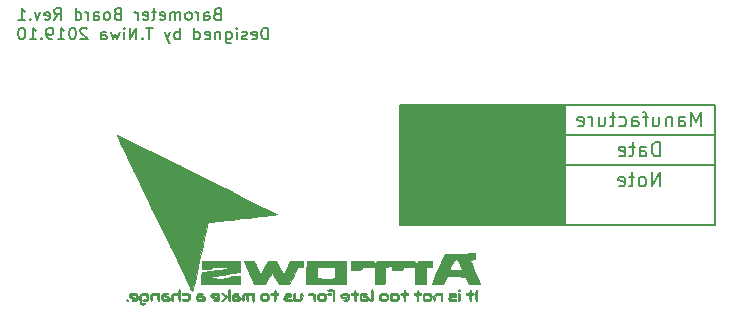
<source format=gbo>
G04 #@! TF.GenerationSoftware,KiCad,Pcbnew,(5.0.2)-1*
G04 #@! TF.CreationDate,2019-10-12T14:48:09+09:00*
G04 #@! TF.ProjectId,Barometer,4261726f-6d65-4746-9572-2e6b69636164,rev?*
G04 #@! TF.SameCoordinates,Original*
G04 #@! TF.FileFunction,Legend,Bot*
G04 #@! TF.FilePolarity,Positive*
%FSLAX46Y46*%
G04 Gerber Fmt 4.6, Leading zero omitted, Abs format (unit mm)*
G04 Created by KiCad (PCBNEW (5.0.2)-1) date 2019/10/12 14:48:09*
%MOMM*%
%LPD*%
G01*
G04 APERTURE LIST*
%ADD10C,0.200000*%
%ADD11C,0.150000*%
%ADD12C,0.010000*%
G04 APERTURE END LIST*
D10*
X169530000Y-83810000D02*
X169530000Y-93970000D01*
X182230000Y-93970000D02*
X182230000Y-91430000D01*
X155560000Y-93970000D02*
X182230000Y-93970000D01*
X155560000Y-91430000D02*
X155560000Y-93970000D01*
D11*
G36*
X155560000Y-83810000D02*
X155560000Y-93970000D01*
X169530000Y-93970000D01*
X169530000Y-83810000D01*
X155560000Y-83810000D01*
G37*
X155560000Y-83810000D02*
X155560000Y-93970000D01*
X169530000Y-93970000D01*
X169530000Y-83810000D01*
X155560000Y-83810000D01*
D10*
X155560000Y-88890000D02*
X169530000Y-88890000D01*
X169530000Y-86350000D02*
X155560000Y-86350000D01*
X155560000Y-91430000D02*
X169530000Y-91430000D01*
X155560000Y-83810000D02*
X155560000Y-91430000D01*
X169530000Y-83810000D02*
X155560000Y-83810000D01*
X169530000Y-92230000D02*
X169530000Y-89690000D01*
X182230000Y-88890000D02*
X182230000Y-91430000D01*
D11*
X177622857Y-90702857D02*
X177622857Y-89502857D01*
X176937142Y-90702857D01*
X176937142Y-89502857D01*
X176194285Y-90702857D02*
X176308571Y-90645714D01*
X176365714Y-90588571D01*
X176422857Y-90474285D01*
X176422857Y-90131428D01*
X176365714Y-90017142D01*
X176308571Y-89960000D01*
X176194285Y-89902857D01*
X176022857Y-89902857D01*
X175908571Y-89960000D01*
X175851428Y-90017142D01*
X175794285Y-90131428D01*
X175794285Y-90474285D01*
X175851428Y-90588571D01*
X175908571Y-90645714D01*
X176022857Y-90702857D01*
X176194285Y-90702857D01*
X175451428Y-89902857D02*
X174994285Y-89902857D01*
X175280000Y-89502857D02*
X175280000Y-90531428D01*
X175222857Y-90645714D01*
X175108571Y-90702857D01*
X174994285Y-90702857D01*
X174137142Y-90645714D02*
X174251428Y-90702857D01*
X174480000Y-90702857D01*
X174594285Y-90645714D01*
X174651428Y-90531428D01*
X174651428Y-90074285D01*
X174594285Y-89960000D01*
X174480000Y-89902857D01*
X174251428Y-89902857D01*
X174137142Y-89960000D01*
X174080000Y-90074285D01*
X174080000Y-90188571D01*
X174651428Y-90302857D01*
D10*
X169530000Y-86350000D02*
X182230000Y-86350000D01*
X182230000Y-88890000D02*
X182230000Y-83810000D01*
X169530000Y-88890000D02*
X182230000Y-88890000D01*
X169530000Y-83810000D02*
X169530000Y-88890000D01*
X182230000Y-83810000D02*
X169530000Y-83810000D01*
D11*
X177594285Y-88162857D02*
X177594285Y-86962857D01*
X177308571Y-86962857D01*
X177137142Y-87020000D01*
X177022857Y-87134285D01*
X176965714Y-87248571D01*
X176908571Y-87477142D01*
X176908571Y-87648571D01*
X176965714Y-87877142D01*
X177022857Y-87991428D01*
X177137142Y-88105714D01*
X177308571Y-88162857D01*
X177594285Y-88162857D01*
X175880000Y-88162857D02*
X175880000Y-87534285D01*
X175937142Y-87420000D01*
X176051428Y-87362857D01*
X176280000Y-87362857D01*
X176394285Y-87420000D01*
X175880000Y-88105714D02*
X175994285Y-88162857D01*
X176280000Y-88162857D01*
X176394285Y-88105714D01*
X176451428Y-87991428D01*
X176451428Y-87877142D01*
X176394285Y-87762857D01*
X176280000Y-87705714D01*
X175994285Y-87705714D01*
X175880000Y-87648571D01*
X175480000Y-87362857D02*
X175022857Y-87362857D01*
X175308571Y-86962857D02*
X175308571Y-87991428D01*
X175251428Y-88105714D01*
X175137142Y-88162857D01*
X175022857Y-88162857D01*
X174165714Y-88105714D02*
X174280000Y-88162857D01*
X174508571Y-88162857D01*
X174622857Y-88105714D01*
X174680000Y-87991428D01*
X174680000Y-87534285D01*
X174622857Y-87420000D01*
X174508571Y-87362857D01*
X174280000Y-87362857D01*
X174165714Y-87420000D01*
X174108571Y-87534285D01*
X174108571Y-87648571D01*
X174680000Y-87762857D01*
X181080000Y-85622857D02*
X181080000Y-84422857D01*
X180680000Y-85280000D01*
X180280000Y-84422857D01*
X180280000Y-85622857D01*
X179194285Y-85622857D02*
X179194285Y-84994285D01*
X179251428Y-84880000D01*
X179365714Y-84822857D01*
X179594285Y-84822857D01*
X179708571Y-84880000D01*
X179194285Y-85565714D02*
X179308571Y-85622857D01*
X179594285Y-85622857D01*
X179708571Y-85565714D01*
X179765714Y-85451428D01*
X179765714Y-85337142D01*
X179708571Y-85222857D01*
X179594285Y-85165714D01*
X179308571Y-85165714D01*
X179194285Y-85108571D01*
X178622857Y-84822857D02*
X178622857Y-85622857D01*
X178622857Y-84937142D02*
X178565714Y-84880000D01*
X178451428Y-84822857D01*
X178280000Y-84822857D01*
X178165714Y-84880000D01*
X178108571Y-84994285D01*
X178108571Y-85622857D01*
X177022857Y-84822857D02*
X177022857Y-85622857D01*
X177537142Y-84822857D02*
X177537142Y-85451428D01*
X177480000Y-85565714D01*
X177365714Y-85622857D01*
X177194285Y-85622857D01*
X177080000Y-85565714D01*
X177022857Y-85508571D01*
X176622857Y-84822857D02*
X176165714Y-84822857D01*
X176451428Y-85622857D02*
X176451428Y-84594285D01*
X176394285Y-84480000D01*
X176280000Y-84422857D01*
X176165714Y-84422857D01*
X175251428Y-85622857D02*
X175251428Y-84994285D01*
X175308571Y-84880000D01*
X175422857Y-84822857D01*
X175651428Y-84822857D01*
X175765714Y-84880000D01*
X175251428Y-85565714D02*
X175365714Y-85622857D01*
X175651428Y-85622857D01*
X175765714Y-85565714D01*
X175822857Y-85451428D01*
X175822857Y-85337142D01*
X175765714Y-85222857D01*
X175651428Y-85165714D01*
X175365714Y-85165714D01*
X175251428Y-85108571D01*
X174165714Y-85565714D02*
X174280000Y-85622857D01*
X174508571Y-85622857D01*
X174622857Y-85565714D01*
X174680000Y-85508571D01*
X174737142Y-85394285D01*
X174737142Y-85051428D01*
X174680000Y-84937142D01*
X174622857Y-84880000D01*
X174508571Y-84822857D01*
X174280000Y-84822857D01*
X174165714Y-84880000D01*
X173822857Y-84822857D02*
X173365714Y-84822857D01*
X173651428Y-84422857D02*
X173651428Y-85451428D01*
X173594285Y-85565714D01*
X173480000Y-85622857D01*
X173365714Y-85622857D01*
X172451428Y-84822857D02*
X172451428Y-85622857D01*
X172965714Y-84822857D02*
X172965714Y-85451428D01*
X172908571Y-85565714D01*
X172794285Y-85622857D01*
X172622857Y-85622857D01*
X172508571Y-85565714D01*
X172451428Y-85508571D01*
X171880000Y-85622857D02*
X171880000Y-84822857D01*
X171880000Y-85051428D02*
X171822857Y-84937142D01*
X171765714Y-84880000D01*
X171651428Y-84822857D01*
X171537142Y-84822857D01*
X170680000Y-85565714D02*
X170794285Y-85622857D01*
X171022857Y-85622857D01*
X171137142Y-85565714D01*
X171194285Y-85451428D01*
X171194285Y-84994285D01*
X171137142Y-84880000D01*
X171022857Y-84822857D01*
X170794285Y-84822857D01*
X170680000Y-84880000D01*
X170622857Y-84994285D01*
X170622857Y-85108571D01*
X171194285Y-85222857D01*
X140097500Y-76103571D02*
X139954642Y-76151190D01*
X139907023Y-76198809D01*
X139859404Y-76294047D01*
X139859404Y-76436904D01*
X139907023Y-76532142D01*
X139954642Y-76579761D01*
X140049880Y-76627380D01*
X140430833Y-76627380D01*
X140430833Y-75627380D01*
X140097500Y-75627380D01*
X140002261Y-75675000D01*
X139954642Y-75722619D01*
X139907023Y-75817857D01*
X139907023Y-75913095D01*
X139954642Y-76008333D01*
X140002261Y-76055952D01*
X140097500Y-76103571D01*
X140430833Y-76103571D01*
X139002261Y-76627380D02*
X139002261Y-76103571D01*
X139049880Y-76008333D01*
X139145119Y-75960714D01*
X139335595Y-75960714D01*
X139430833Y-76008333D01*
X139002261Y-76579761D02*
X139097500Y-76627380D01*
X139335595Y-76627380D01*
X139430833Y-76579761D01*
X139478452Y-76484523D01*
X139478452Y-76389285D01*
X139430833Y-76294047D01*
X139335595Y-76246428D01*
X139097500Y-76246428D01*
X139002261Y-76198809D01*
X138526071Y-76627380D02*
X138526071Y-75960714D01*
X138526071Y-76151190D02*
X138478452Y-76055952D01*
X138430833Y-76008333D01*
X138335595Y-75960714D01*
X138240357Y-75960714D01*
X137764166Y-76627380D02*
X137859404Y-76579761D01*
X137907023Y-76532142D01*
X137954642Y-76436904D01*
X137954642Y-76151190D01*
X137907023Y-76055952D01*
X137859404Y-76008333D01*
X137764166Y-75960714D01*
X137621309Y-75960714D01*
X137526071Y-76008333D01*
X137478452Y-76055952D01*
X137430833Y-76151190D01*
X137430833Y-76436904D01*
X137478452Y-76532142D01*
X137526071Y-76579761D01*
X137621309Y-76627380D01*
X137764166Y-76627380D01*
X137002261Y-76627380D02*
X137002261Y-75960714D01*
X137002261Y-76055952D02*
X136954642Y-76008333D01*
X136859404Y-75960714D01*
X136716547Y-75960714D01*
X136621309Y-76008333D01*
X136573690Y-76103571D01*
X136573690Y-76627380D01*
X136573690Y-76103571D02*
X136526071Y-76008333D01*
X136430833Y-75960714D01*
X136287976Y-75960714D01*
X136192738Y-76008333D01*
X136145119Y-76103571D01*
X136145119Y-76627380D01*
X135287976Y-76579761D02*
X135383214Y-76627380D01*
X135573690Y-76627380D01*
X135668928Y-76579761D01*
X135716547Y-76484523D01*
X135716547Y-76103571D01*
X135668928Y-76008333D01*
X135573690Y-75960714D01*
X135383214Y-75960714D01*
X135287976Y-76008333D01*
X135240357Y-76103571D01*
X135240357Y-76198809D01*
X135716547Y-76294047D01*
X134954642Y-75960714D02*
X134573690Y-75960714D01*
X134811785Y-75627380D02*
X134811785Y-76484523D01*
X134764166Y-76579761D01*
X134668928Y-76627380D01*
X134573690Y-76627380D01*
X133859404Y-76579761D02*
X133954642Y-76627380D01*
X134145119Y-76627380D01*
X134240357Y-76579761D01*
X134287976Y-76484523D01*
X134287976Y-76103571D01*
X134240357Y-76008333D01*
X134145119Y-75960714D01*
X133954642Y-75960714D01*
X133859404Y-76008333D01*
X133811785Y-76103571D01*
X133811785Y-76198809D01*
X134287976Y-76294047D01*
X133383214Y-76627380D02*
X133383214Y-75960714D01*
X133383214Y-76151190D02*
X133335595Y-76055952D01*
X133287976Y-76008333D01*
X133192738Y-75960714D01*
X133097500Y-75960714D01*
X131668928Y-76103571D02*
X131526071Y-76151190D01*
X131478452Y-76198809D01*
X131430833Y-76294047D01*
X131430833Y-76436904D01*
X131478452Y-76532142D01*
X131526071Y-76579761D01*
X131621309Y-76627380D01*
X132002261Y-76627380D01*
X132002261Y-75627380D01*
X131668928Y-75627380D01*
X131573690Y-75675000D01*
X131526071Y-75722619D01*
X131478452Y-75817857D01*
X131478452Y-75913095D01*
X131526071Y-76008333D01*
X131573690Y-76055952D01*
X131668928Y-76103571D01*
X132002261Y-76103571D01*
X130859404Y-76627380D02*
X130954642Y-76579761D01*
X131002261Y-76532142D01*
X131049880Y-76436904D01*
X131049880Y-76151190D01*
X131002261Y-76055952D01*
X130954642Y-76008333D01*
X130859404Y-75960714D01*
X130716547Y-75960714D01*
X130621309Y-76008333D01*
X130573690Y-76055952D01*
X130526071Y-76151190D01*
X130526071Y-76436904D01*
X130573690Y-76532142D01*
X130621309Y-76579761D01*
X130716547Y-76627380D01*
X130859404Y-76627380D01*
X129668928Y-76627380D02*
X129668928Y-76103571D01*
X129716547Y-76008333D01*
X129811785Y-75960714D01*
X130002261Y-75960714D01*
X130097500Y-76008333D01*
X129668928Y-76579761D02*
X129764166Y-76627380D01*
X130002261Y-76627380D01*
X130097500Y-76579761D01*
X130145119Y-76484523D01*
X130145119Y-76389285D01*
X130097500Y-76294047D01*
X130002261Y-76246428D01*
X129764166Y-76246428D01*
X129668928Y-76198809D01*
X129192738Y-76627380D02*
X129192738Y-75960714D01*
X129192738Y-76151190D02*
X129145119Y-76055952D01*
X129097500Y-76008333D01*
X129002261Y-75960714D01*
X128907023Y-75960714D01*
X128145119Y-76627380D02*
X128145119Y-75627380D01*
X128145119Y-76579761D02*
X128240357Y-76627380D01*
X128430833Y-76627380D01*
X128526071Y-76579761D01*
X128573690Y-76532142D01*
X128621309Y-76436904D01*
X128621309Y-76151190D01*
X128573690Y-76055952D01*
X128526071Y-76008333D01*
X128430833Y-75960714D01*
X128240357Y-75960714D01*
X128145119Y-76008333D01*
X126335595Y-76627380D02*
X126668928Y-76151190D01*
X126907023Y-76627380D02*
X126907023Y-75627380D01*
X126526071Y-75627380D01*
X126430833Y-75675000D01*
X126383214Y-75722619D01*
X126335595Y-75817857D01*
X126335595Y-75960714D01*
X126383214Y-76055952D01*
X126430833Y-76103571D01*
X126526071Y-76151190D01*
X126907023Y-76151190D01*
X125526071Y-76579761D02*
X125621309Y-76627380D01*
X125811785Y-76627380D01*
X125907023Y-76579761D01*
X125954642Y-76484523D01*
X125954642Y-76103571D01*
X125907023Y-76008333D01*
X125811785Y-75960714D01*
X125621309Y-75960714D01*
X125526071Y-76008333D01*
X125478452Y-76103571D01*
X125478452Y-76198809D01*
X125954642Y-76294047D01*
X125145119Y-75960714D02*
X124907023Y-76627380D01*
X124668928Y-75960714D01*
X124287976Y-76532142D02*
X124240357Y-76579761D01*
X124287976Y-76627380D01*
X124335595Y-76579761D01*
X124287976Y-76532142D01*
X124287976Y-76627380D01*
X123287976Y-76627380D02*
X123859404Y-76627380D01*
X123573690Y-76627380D02*
X123573690Y-75627380D01*
X123668928Y-75770238D01*
X123764166Y-75865476D01*
X123859404Y-75913095D01*
X144430833Y-78277380D02*
X144430833Y-77277380D01*
X144192738Y-77277380D01*
X144049880Y-77325000D01*
X143954642Y-77420238D01*
X143907023Y-77515476D01*
X143859404Y-77705952D01*
X143859404Y-77848809D01*
X143907023Y-78039285D01*
X143954642Y-78134523D01*
X144049880Y-78229761D01*
X144192738Y-78277380D01*
X144430833Y-78277380D01*
X143049880Y-78229761D02*
X143145119Y-78277380D01*
X143335595Y-78277380D01*
X143430833Y-78229761D01*
X143478452Y-78134523D01*
X143478452Y-77753571D01*
X143430833Y-77658333D01*
X143335595Y-77610714D01*
X143145119Y-77610714D01*
X143049880Y-77658333D01*
X143002261Y-77753571D01*
X143002261Y-77848809D01*
X143478452Y-77944047D01*
X142621309Y-78229761D02*
X142526071Y-78277380D01*
X142335595Y-78277380D01*
X142240357Y-78229761D01*
X142192738Y-78134523D01*
X142192738Y-78086904D01*
X142240357Y-77991666D01*
X142335595Y-77944047D01*
X142478452Y-77944047D01*
X142573690Y-77896428D01*
X142621309Y-77801190D01*
X142621309Y-77753571D01*
X142573690Y-77658333D01*
X142478452Y-77610714D01*
X142335595Y-77610714D01*
X142240357Y-77658333D01*
X141764166Y-78277380D02*
X141764166Y-77610714D01*
X141764166Y-77277380D02*
X141811785Y-77325000D01*
X141764166Y-77372619D01*
X141716547Y-77325000D01*
X141764166Y-77277380D01*
X141764166Y-77372619D01*
X140859404Y-77610714D02*
X140859404Y-78420238D01*
X140907023Y-78515476D01*
X140954642Y-78563095D01*
X141049880Y-78610714D01*
X141192738Y-78610714D01*
X141287976Y-78563095D01*
X140859404Y-78229761D02*
X140954642Y-78277380D01*
X141145119Y-78277380D01*
X141240357Y-78229761D01*
X141287976Y-78182142D01*
X141335595Y-78086904D01*
X141335595Y-77801190D01*
X141287976Y-77705952D01*
X141240357Y-77658333D01*
X141145119Y-77610714D01*
X140954642Y-77610714D01*
X140859404Y-77658333D01*
X140383214Y-77610714D02*
X140383214Y-78277380D01*
X140383214Y-77705952D02*
X140335595Y-77658333D01*
X140240357Y-77610714D01*
X140097500Y-77610714D01*
X140002261Y-77658333D01*
X139954642Y-77753571D01*
X139954642Y-78277380D01*
X139097500Y-78229761D02*
X139192738Y-78277380D01*
X139383214Y-78277380D01*
X139478452Y-78229761D01*
X139526071Y-78134523D01*
X139526071Y-77753571D01*
X139478452Y-77658333D01*
X139383214Y-77610714D01*
X139192738Y-77610714D01*
X139097500Y-77658333D01*
X139049880Y-77753571D01*
X139049880Y-77848809D01*
X139526071Y-77944047D01*
X138192738Y-78277380D02*
X138192738Y-77277380D01*
X138192738Y-78229761D02*
X138287976Y-78277380D01*
X138478452Y-78277380D01*
X138573690Y-78229761D01*
X138621309Y-78182142D01*
X138668928Y-78086904D01*
X138668928Y-77801190D01*
X138621309Y-77705952D01*
X138573690Y-77658333D01*
X138478452Y-77610714D01*
X138287976Y-77610714D01*
X138192738Y-77658333D01*
X136954642Y-78277380D02*
X136954642Y-77277380D01*
X136954642Y-77658333D02*
X136859404Y-77610714D01*
X136668928Y-77610714D01*
X136573690Y-77658333D01*
X136526071Y-77705952D01*
X136478452Y-77801190D01*
X136478452Y-78086904D01*
X136526071Y-78182142D01*
X136573690Y-78229761D01*
X136668928Y-78277380D01*
X136859404Y-78277380D01*
X136954642Y-78229761D01*
X136145119Y-77610714D02*
X135907023Y-78277380D01*
X135668928Y-77610714D02*
X135907023Y-78277380D01*
X136002261Y-78515476D01*
X136049880Y-78563095D01*
X136145119Y-78610714D01*
X134668928Y-77277380D02*
X134097500Y-77277380D01*
X134383214Y-78277380D02*
X134383214Y-77277380D01*
X133764166Y-78182142D02*
X133716547Y-78229761D01*
X133764166Y-78277380D01*
X133811785Y-78229761D01*
X133764166Y-78182142D01*
X133764166Y-78277380D01*
X133287976Y-78277380D02*
X133287976Y-77277380D01*
X132716547Y-78277380D01*
X132716547Y-77277380D01*
X132240357Y-78277380D02*
X132240357Y-77610714D01*
X132240357Y-77277380D02*
X132287976Y-77325000D01*
X132240357Y-77372619D01*
X132192738Y-77325000D01*
X132240357Y-77277380D01*
X132240357Y-77372619D01*
X131859404Y-77610714D02*
X131668928Y-78277380D01*
X131478452Y-77801190D01*
X131287976Y-78277380D01*
X131097500Y-77610714D01*
X130287976Y-78277380D02*
X130287976Y-77753571D01*
X130335595Y-77658333D01*
X130430833Y-77610714D01*
X130621309Y-77610714D01*
X130716547Y-77658333D01*
X130287976Y-78229761D02*
X130383214Y-78277380D01*
X130621309Y-78277380D01*
X130716547Y-78229761D01*
X130764166Y-78134523D01*
X130764166Y-78039285D01*
X130716547Y-77944047D01*
X130621309Y-77896428D01*
X130383214Y-77896428D01*
X130287976Y-77848809D01*
X129097500Y-77372619D02*
X129049880Y-77325000D01*
X128954642Y-77277380D01*
X128716547Y-77277380D01*
X128621309Y-77325000D01*
X128573690Y-77372619D01*
X128526071Y-77467857D01*
X128526071Y-77563095D01*
X128573690Y-77705952D01*
X129145119Y-78277380D01*
X128526071Y-78277380D01*
X127907023Y-77277380D02*
X127811785Y-77277380D01*
X127716547Y-77325000D01*
X127668928Y-77372619D01*
X127621309Y-77467857D01*
X127573690Y-77658333D01*
X127573690Y-77896428D01*
X127621309Y-78086904D01*
X127668928Y-78182142D01*
X127716547Y-78229761D01*
X127811785Y-78277380D01*
X127907023Y-78277380D01*
X128002261Y-78229761D01*
X128049880Y-78182142D01*
X128097500Y-78086904D01*
X128145119Y-77896428D01*
X128145119Y-77658333D01*
X128097500Y-77467857D01*
X128049880Y-77372619D01*
X128002261Y-77325000D01*
X127907023Y-77277380D01*
X126621309Y-78277380D02*
X127192738Y-78277380D01*
X126907023Y-78277380D02*
X126907023Y-77277380D01*
X127002261Y-77420238D01*
X127097500Y-77515476D01*
X127192738Y-77563095D01*
X126145119Y-78277380D02*
X125954642Y-78277380D01*
X125859404Y-78229761D01*
X125811785Y-78182142D01*
X125716547Y-78039285D01*
X125668928Y-77848809D01*
X125668928Y-77467857D01*
X125716547Y-77372619D01*
X125764166Y-77325000D01*
X125859404Y-77277380D01*
X126049880Y-77277380D01*
X126145119Y-77325000D01*
X126192738Y-77372619D01*
X126240357Y-77467857D01*
X126240357Y-77705952D01*
X126192738Y-77801190D01*
X126145119Y-77848809D01*
X126049880Y-77896428D01*
X125859404Y-77896428D01*
X125764166Y-77848809D01*
X125716547Y-77801190D01*
X125668928Y-77705952D01*
X125240357Y-78182142D02*
X125192738Y-78229761D01*
X125240357Y-78277380D01*
X125287976Y-78229761D01*
X125240357Y-78182142D01*
X125240357Y-78277380D01*
X124240357Y-78277380D02*
X124811785Y-78277380D01*
X124526071Y-78277380D02*
X124526071Y-77277380D01*
X124621309Y-77420238D01*
X124716547Y-77515476D01*
X124811785Y-77563095D01*
X123621309Y-77277380D02*
X123526071Y-77277380D01*
X123430833Y-77325000D01*
X123383214Y-77372619D01*
X123335595Y-77467857D01*
X123287976Y-77658333D01*
X123287976Y-77896428D01*
X123335595Y-78086904D01*
X123383214Y-78182142D01*
X123430833Y-78229761D01*
X123526071Y-78277380D01*
X123621309Y-78277380D01*
X123716547Y-78229761D01*
X123764166Y-78182142D01*
X123811785Y-78086904D01*
X123859404Y-77896428D01*
X123859404Y-77658333D01*
X123811785Y-77467857D01*
X123764166Y-77372619D01*
X123716547Y-77325000D01*
X123621309Y-77277380D01*
D12*
G04 #@! TO.C,G\002A\002A\002A*
G36*
X138795800Y-97741800D02*
X139024400Y-97728585D01*
X139321067Y-97705874D01*
X139524486Y-97676564D01*
X139642897Y-97638878D01*
X139684537Y-97591043D01*
X139684800Y-97586287D01*
X139700917Y-97557071D01*
X139758553Y-97536551D01*
X139871640Y-97523344D01*
X140054109Y-97516067D01*
X140319890Y-97513338D01*
X140421400Y-97513200D01*
X140743497Y-97516734D01*
X140970252Y-97528038D01*
X141107700Y-97548167D01*
X141161879Y-97578172D01*
X141138823Y-97619108D01*
X141116447Y-97634485D01*
X141055930Y-97648952D01*
X140910010Y-97674976D01*
X140693914Y-97710110D01*
X140422869Y-97751907D01*
X140112102Y-97797921D01*
X139986147Y-97816092D01*
X139662581Y-97863051D01*
X139371346Y-97906493D01*
X139128068Y-97943991D01*
X138948371Y-97973120D01*
X138847881Y-97991453D01*
X138833900Y-97995014D01*
X138800747Y-98046217D01*
X138780189Y-98177027D01*
X138771090Y-98396517D01*
X138770400Y-98502205D01*
X138770400Y-98986400D01*
X140387534Y-98986400D01*
X140783170Y-98985373D01*
X141145867Y-98982463D01*
X141463233Y-98977924D01*
X141722875Y-98972010D01*
X141912399Y-98964975D01*
X142019414Y-98957073D01*
X142038534Y-98952533D01*
X142056162Y-98887568D01*
X142068410Y-98751969D01*
X142072400Y-98596933D01*
X142072400Y-98275200D01*
X141831100Y-98278965D01*
X141547329Y-98292980D01*
X141328397Y-98323591D01*
X141186225Y-98368261D01*
X141132733Y-98424453D01*
X141132600Y-98427600D01*
X141085587Y-98462940D01*
X140959234Y-98491074D01*
X140775572Y-98511621D01*
X140556632Y-98524203D01*
X140324444Y-98528439D01*
X140101039Y-98523949D01*
X139908448Y-98510354D01*
X139768701Y-98487273D01*
X139703830Y-98454327D01*
X139702883Y-98452249D01*
X139685873Y-98373481D01*
X139691225Y-98353496D01*
X139744743Y-98341152D01*
X139884578Y-98316799D01*
X140096456Y-98282701D01*
X140366102Y-98241122D01*
X140679239Y-98194326D01*
X140878600Y-98165187D01*
X142047000Y-97995800D01*
X142047000Y-97030600D01*
X138795800Y-97030600D01*
X138795800Y-97741800D01*
X138795800Y-97741800D01*
G37*
X138795800Y-97741800D02*
X139024400Y-97728585D01*
X139321067Y-97705874D01*
X139524486Y-97676564D01*
X139642897Y-97638878D01*
X139684537Y-97591043D01*
X139684800Y-97586287D01*
X139700917Y-97557071D01*
X139758553Y-97536551D01*
X139871640Y-97523344D01*
X140054109Y-97516067D01*
X140319890Y-97513338D01*
X140421400Y-97513200D01*
X140743497Y-97516734D01*
X140970252Y-97528038D01*
X141107700Y-97548167D01*
X141161879Y-97578172D01*
X141138823Y-97619108D01*
X141116447Y-97634485D01*
X141055930Y-97648952D01*
X140910010Y-97674976D01*
X140693914Y-97710110D01*
X140422869Y-97751907D01*
X140112102Y-97797921D01*
X139986147Y-97816092D01*
X139662581Y-97863051D01*
X139371346Y-97906493D01*
X139128068Y-97943991D01*
X138948371Y-97973120D01*
X138847881Y-97991453D01*
X138833900Y-97995014D01*
X138800747Y-98046217D01*
X138780189Y-98177027D01*
X138771090Y-98396517D01*
X138770400Y-98502205D01*
X138770400Y-98986400D01*
X140387534Y-98986400D01*
X140783170Y-98985373D01*
X141145867Y-98982463D01*
X141463233Y-98977924D01*
X141722875Y-98972010D01*
X141912399Y-98964975D01*
X142019414Y-98957073D01*
X142038534Y-98952533D01*
X142056162Y-98887568D01*
X142068410Y-98751969D01*
X142072400Y-98596933D01*
X142072400Y-98275200D01*
X141831100Y-98278965D01*
X141547329Y-98292980D01*
X141328397Y-98323591D01*
X141186225Y-98368261D01*
X141132733Y-98424453D01*
X141132600Y-98427600D01*
X141085587Y-98462940D01*
X140959234Y-98491074D01*
X140775572Y-98511621D01*
X140556632Y-98524203D01*
X140324444Y-98528439D01*
X140101039Y-98523949D01*
X139908448Y-98510354D01*
X139768701Y-98487273D01*
X139703830Y-98454327D01*
X139702883Y-98452249D01*
X139685873Y-98373481D01*
X139691225Y-98353496D01*
X139744743Y-98341152D01*
X139884578Y-98316799D01*
X140096456Y-98282701D01*
X140366102Y-98241122D01*
X140679239Y-98194326D01*
X140878600Y-98165187D01*
X142047000Y-97995800D01*
X142047000Y-97030600D01*
X138795800Y-97030600D01*
X138795800Y-97741800D01*
G36*
X144105127Y-97588084D02*
X143983146Y-97801596D01*
X143876612Y-97974432D01*
X143795486Y-98091422D01*
X143749728Y-98137397D01*
X143745201Y-98136275D01*
X143710476Y-98076140D01*
X143644928Y-97944560D01*
X143558986Y-97762935D01*
X143491062Y-97614800D01*
X143395332Y-97407182D01*
X143310923Y-97231047D01*
X143248947Y-97109207D01*
X143225058Y-97068700D01*
X143159888Y-97041489D01*
X143028604Y-97020910D01*
X142859675Y-97007816D01*
X142681572Y-97003058D01*
X142522764Y-97007488D01*
X142411724Y-97021958D01*
X142376131Y-97043300D01*
X142396203Y-97098911D01*
X142452872Y-97232326D01*
X142539810Y-97429257D01*
X142650692Y-97675419D01*
X142779190Y-97956527D01*
X142814853Y-98033900D01*
X143254644Y-98986400D01*
X143717622Y-98986386D01*
X144180600Y-98986373D01*
X144452101Y-98503786D01*
X144563352Y-98308730D01*
X144655929Y-98151467D01*
X144719018Y-98050044D01*
X144741237Y-98021200D01*
X144772446Y-98062177D01*
X144843562Y-98173278D01*
X144943492Y-98336755D01*
X145042899Y-98503800D01*
X145326924Y-98986400D01*
X146243968Y-98986400D01*
X146510694Y-98414900D01*
X146620489Y-98177858D01*
X146720309Y-97959110D01*
X146798912Y-97783497D01*
X146844073Y-97678300D01*
X146896249Y-97574308D01*
X146965330Y-97526507D01*
X147088759Y-97513515D01*
X147133164Y-97513200D01*
X147355600Y-97513200D01*
X147355600Y-97001762D01*
X146813389Y-97016181D01*
X146271177Y-97030600D01*
X146015855Y-97602126D01*
X145915963Y-97816495D01*
X145828124Y-97987914D01*
X145761310Y-98100045D01*
X145724493Y-98136553D01*
X145722913Y-98135526D01*
X145684743Y-98078380D01*
X145608724Y-97951082D01*
X145505911Y-97772537D01*
X145388667Y-97564000D01*
X145092043Y-97030600D01*
X144760733Y-97015809D01*
X144429422Y-97001018D01*
X144105127Y-97588084D01*
X144105127Y-97588084D01*
G37*
X144105127Y-97588084D02*
X143983146Y-97801596D01*
X143876612Y-97974432D01*
X143795486Y-98091422D01*
X143749728Y-98137397D01*
X143745201Y-98136275D01*
X143710476Y-98076140D01*
X143644928Y-97944560D01*
X143558986Y-97762935D01*
X143491062Y-97614800D01*
X143395332Y-97407182D01*
X143310923Y-97231047D01*
X143248947Y-97109207D01*
X143225058Y-97068700D01*
X143159888Y-97041489D01*
X143028604Y-97020910D01*
X142859675Y-97007816D01*
X142681572Y-97003058D01*
X142522764Y-97007488D01*
X142411724Y-97021958D01*
X142376131Y-97043300D01*
X142396203Y-97098911D01*
X142452872Y-97232326D01*
X142539810Y-97429257D01*
X142650692Y-97675419D01*
X142779190Y-97956527D01*
X142814853Y-98033900D01*
X143254644Y-98986400D01*
X143717622Y-98986386D01*
X144180600Y-98986373D01*
X144452101Y-98503786D01*
X144563352Y-98308730D01*
X144655929Y-98151467D01*
X144719018Y-98050044D01*
X144741237Y-98021200D01*
X144772446Y-98062177D01*
X144843562Y-98173278D01*
X144943492Y-98336755D01*
X145042899Y-98503800D01*
X145326924Y-98986400D01*
X146243968Y-98986400D01*
X146510694Y-98414900D01*
X146620489Y-98177858D01*
X146720309Y-97959110D01*
X146798912Y-97783497D01*
X146844073Y-97678300D01*
X146896249Y-97574308D01*
X146965330Y-97526507D01*
X147088759Y-97513515D01*
X147133164Y-97513200D01*
X147355600Y-97513200D01*
X147355600Y-97001762D01*
X146813389Y-97016181D01*
X146271177Y-97030600D01*
X146015855Y-97602126D01*
X145915963Y-97816495D01*
X145828124Y-97987914D01*
X145761310Y-98100045D01*
X145724493Y-98136553D01*
X145722913Y-98135526D01*
X145684743Y-98078380D01*
X145608724Y-97951082D01*
X145505911Y-97772537D01*
X145388667Y-97564000D01*
X145092043Y-97030600D01*
X144760733Y-97015809D01*
X144429422Y-97001018D01*
X144105127Y-97588084D01*
G36*
X149349500Y-97017205D02*
X147685800Y-97030600D01*
X147672004Y-98008500D01*
X147658207Y-98986400D01*
X151013200Y-98986400D01*
X151013200Y-97513200D01*
X150098800Y-97513200D01*
X150098800Y-97987333D01*
X150095249Y-98197824D01*
X150085722Y-98368516D01*
X150071915Y-98474896D01*
X150063599Y-98496668D01*
X150002642Y-98508409D01*
X149859472Y-98516461D01*
X149653425Y-98520278D01*
X149403838Y-98519313D01*
X149314299Y-98517835D01*
X148600200Y-98503800D01*
X148585661Y-98008500D01*
X148571121Y-97513200D01*
X150098800Y-97513200D01*
X151013200Y-97513200D01*
X151013200Y-97003811D01*
X149349500Y-97017205D01*
X149349500Y-97017205D01*
G37*
X149349500Y-97017205D02*
X147685800Y-97030600D01*
X147672004Y-98008500D01*
X147658207Y-98986400D01*
X151013200Y-98986400D01*
X151013200Y-97513200D01*
X150098800Y-97513200D01*
X150098800Y-97987333D01*
X150095249Y-98197824D01*
X150085722Y-98368516D01*
X150071915Y-98474896D01*
X150063599Y-98496668D01*
X150002642Y-98508409D01*
X149859472Y-98516461D01*
X149653425Y-98520278D01*
X149403838Y-98519313D01*
X149314299Y-98517835D01*
X148600200Y-98503800D01*
X148585661Y-98008500D01*
X148571121Y-97513200D01*
X150098800Y-97513200D01*
X151013200Y-97513200D01*
X151013200Y-97003811D01*
X149349500Y-97017205D01*
G36*
X151470400Y-97824982D02*
X151889500Y-97789611D01*
X152116410Y-97769207D01*
X152260698Y-97749852D01*
X152341044Y-97724837D01*
X152376130Y-97687457D01*
X152384637Y-97631006D01*
X152384800Y-97611801D01*
X152392171Y-97567770D01*
X152426219Y-97539208D01*
X152504854Y-97522804D01*
X152645981Y-97515248D01*
X152867509Y-97513230D01*
X152918200Y-97513200D01*
X153451600Y-97513200D01*
X153451600Y-98986400D01*
X153884995Y-98986400D01*
X154115759Y-98981431D01*
X154259969Y-98965049D01*
X154332252Y-98935041D01*
X154345108Y-98916770D01*
X154353979Y-98841932D01*
X154359155Y-98687048D01*
X154360310Y-98473617D01*
X154357119Y-98223139D01*
X154356214Y-98182346D01*
X154340600Y-97517550D01*
X154797800Y-97487800D01*
X154797800Y-97030600D01*
X154269654Y-97016040D01*
X154028863Y-97011161D01*
X153866835Y-97014675D01*
X153760854Y-97030010D01*
X153688204Y-97060594D01*
X153626170Y-97109856D01*
X153621954Y-97113795D01*
X153502400Y-97226110D01*
X153384826Y-97115655D01*
X153337290Y-97075931D01*
X153281446Y-97047065D01*
X153201420Y-97027332D01*
X153081335Y-97015006D01*
X152905315Y-97008360D01*
X152657482Y-97005668D01*
X152368826Y-97005200D01*
X151470400Y-97005200D01*
X151470400Y-97824982D01*
X151470400Y-97824982D01*
G37*
X151470400Y-97824982D02*
X151889500Y-97789611D01*
X152116410Y-97769207D01*
X152260698Y-97749852D01*
X152341044Y-97724837D01*
X152376130Y-97687457D01*
X152384637Y-97631006D01*
X152384800Y-97611801D01*
X152392171Y-97567770D01*
X152426219Y-97539208D01*
X152504854Y-97522804D01*
X152645981Y-97515248D01*
X152867509Y-97513230D01*
X152918200Y-97513200D01*
X153451600Y-97513200D01*
X153451600Y-98986400D01*
X153884995Y-98986400D01*
X154115759Y-98981431D01*
X154259969Y-98965049D01*
X154332252Y-98935041D01*
X154345108Y-98916770D01*
X154353979Y-98841932D01*
X154359155Y-98687048D01*
X154360310Y-98473617D01*
X154357119Y-98223139D01*
X154356214Y-98182346D01*
X154340600Y-97517550D01*
X154797800Y-97487800D01*
X154797800Y-97030600D01*
X154269654Y-97016040D01*
X154028863Y-97011161D01*
X153866835Y-97014675D01*
X153760854Y-97030010D01*
X153688204Y-97060594D01*
X153626170Y-97109856D01*
X153621954Y-97113795D01*
X153502400Y-97226110D01*
X153384826Y-97115655D01*
X153337290Y-97075931D01*
X153281446Y-97047065D01*
X153201420Y-97027332D01*
X153081335Y-97015006D01*
X152905315Y-97008360D01*
X152657482Y-97005668D01*
X152368826Y-97005200D01*
X151470400Y-97005200D01*
X151470400Y-97824982D01*
G36*
X157477489Y-97007271D02*
X157309043Y-97015650D01*
X157200519Y-97033586D01*
X157131101Y-97064329D01*
X157085125Y-97105336D01*
X157018072Y-97170913D01*
X156963270Y-97173350D01*
X156876501Y-97112647D01*
X156867201Y-97105336D01*
X156813324Y-97069218D01*
X156746729Y-97042943D01*
X156651494Y-97024971D01*
X156511695Y-97013760D01*
X156311410Y-97007770D01*
X156034715Y-97005460D01*
X155832350Y-97005200D01*
X154924800Y-97005200D01*
X154924800Y-97832473D01*
X155237052Y-97799836D01*
X155431090Y-97782027D01*
X155605540Y-97770172D01*
X155694252Y-97767200D01*
X155799694Y-97751806D01*
X155836678Y-97687650D01*
X155839200Y-97640200D01*
X155839200Y-97513200D01*
X156906000Y-97513200D01*
X156906000Y-98986400D01*
X157820400Y-98986400D01*
X157820400Y-97513200D01*
X158277600Y-97513200D01*
X158277600Y-97005200D01*
X157726674Y-97005200D01*
X157477489Y-97007271D01*
X157477489Y-97007271D01*
G37*
X157477489Y-97007271D02*
X157309043Y-97015650D01*
X157200519Y-97033586D01*
X157131101Y-97064329D01*
X157085125Y-97105336D01*
X157018072Y-97170913D01*
X156963270Y-97173350D01*
X156876501Y-97112647D01*
X156867201Y-97105336D01*
X156813324Y-97069218D01*
X156746729Y-97042943D01*
X156651494Y-97024971D01*
X156511695Y-97013760D01*
X156311410Y-97007770D01*
X156034715Y-97005460D01*
X155832350Y-97005200D01*
X154924800Y-97005200D01*
X154924800Y-97832473D01*
X155237052Y-97799836D01*
X155431090Y-97782027D01*
X155605540Y-97770172D01*
X155694252Y-97767200D01*
X155799694Y-97751806D01*
X155836678Y-97687650D01*
X155839200Y-97640200D01*
X155839200Y-97513200D01*
X156906000Y-97513200D01*
X156906000Y-98986400D01*
X157820400Y-98986400D01*
X157820400Y-97513200D01*
X158277600Y-97513200D01*
X158277600Y-97005200D01*
X157726674Y-97005200D01*
X157477489Y-97007271D01*
G36*
X160661190Y-96407427D02*
X159387180Y-96421000D01*
X158832390Y-97690834D01*
X158686800Y-98024521D01*
X158555494Y-98326338D01*
X158443701Y-98584195D01*
X158356649Y-98786005D01*
X158299566Y-98919680D01*
X158277680Y-98973132D01*
X158277600Y-98973534D01*
X158324734Y-98979046D01*
X158451473Y-98983378D01*
X158635825Y-98985947D01*
X158763386Y-98986400D01*
X159249172Y-98986400D01*
X159399475Y-98654915D01*
X159549777Y-98323431D01*
X160340287Y-98337415D01*
X161130798Y-98351400D01*
X161266299Y-98668292D01*
X161401800Y-98985185D01*
X161897782Y-98985792D01*
X162393764Y-98986400D01*
X162323090Y-98821300D01*
X162279765Y-98721054D01*
X162203981Y-98546692D01*
X162104000Y-98317182D01*
X161988083Y-98051490D01*
X161890608Y-97828336D01*
X161873458Y-97788710D01*
X160868400Y-97788710D01*
X160821102Y-97800734D01*
X160693198Y-97810365D01*
X160505674Y-97816453D01*
X160335000Y-97818000D01*
X160116044Y-97813875D01*
X159940643Y-97802722D01*
X159829782Y-97786369D01*
X159801600Y-97771481D01*
X159821304Y-97706939D01*
X159873955Y-97574101D01*
X159949870Y-97396895D01*
X159986683Y-97314281D01*
X160077413Y-97117831D01*
X160143453Y-96996637D01*
X160200206Y-96932603D01*
X160263076Y-96907632D01*
X160336254Y-96903600D01*
X160415975Y-96908635D01*
X160475937Y-96935681D01*
X160530719Y-97002649D01*
X160594901Y-97127450D01*
X160683063Y-97327996D01*
X160684572Y-97331510D01*
X160765328Y-97522487D01*
X160828016Y-97676440D01*
X160863599Y-97770889D01*
X160868400Y-97788710D01*
X161873458Y-97788710D01*
X161773769Y-97558386D01*
X161672637Y-97319747D01*
X161593776Y-97128320D01*
X161543753Y-97000007D01*
X161528801Y-96952036D01*
X161573874Y-96921703D01*
X161686470Y-96904834D01*
X161732000Y-96903600D01*
X161935200Y-96903600D01*
X161935200Y-96393855D01*
X160661190Y-96407427D01*
X160661190Y-96407427D01*
G37*
X160661190Y-96407427D02*
X159387180Y-96421000D01*
X158832390Y-97690834D01*
X158686800Y-98024521D01*
X158555494Y-98326338D01*
X158443701Y-98584195D01*
X158356649Y-98786005D01*
X158299566Y-98919680D01*
X158277680Y-98973132D01*
X158277600Y-98973534D01*
X158324734Y-98979046D01*
X158451473Y-98983378D01*
X158635825Y-98985947D01*
X158763386Y-98986400D01*
X159249172Y-98986400D01*
X159399475Y-98654915D01*
X159549777Y-98323431D01*
X160340287Y-98337415D01*
X161130798Y-98351400D01*
X161266299Y-98668292D01*
X161401800Y-98985185D01*
X161897782Y-98985792D01*
X162393764Y-98986400D01*
X162323090Y-98821300D01*
X162279765Y-98721054D01*
X162203981Y-98546692D01*
X162104000Y-98317182D01*
X161988083Y-98051490D01*
X161890608Y-97828336D01*
X161873458Y-97788710D01*
X160868400Y-97788710D01*
X160821102Y-97800734D01*
X160693198Y-97810365D01*
X160505674Y-97816453D01*
X160335000Y-97818000D01*
X160116044Y-97813875D01*
X159940643Y-97802722D01*
X159829782Y-97786369D01*
X159801600Y-97771481D01*
X159821304Y-97706939D01*
X159873955Y-97574101D01*
X159949870Y-97396895D01*
X159986683Y-97314281D01*
X160077413Y-97117831D01*
X160143453Y-96996637D01*
X160200206Y-96932603D01*
X160263076Y-96907632D01*
X160336254Y-96903600D01*
X160415975Y-96908635D01*
X160475937Y-96935681D01*
X160530719Y-97002649D01*
X160594901Y-97127450D01*
X160683063Y-97327996D01*
X160684572Y-97331510D01*
X160765328Y-97522487D01*
X160828016Y-97676440D01*
X160863599Y-97770889D01*
X160868400Y-97788710D01*
X161873458Y-97788710D01*
X161773769Y-97558386D01*
X161672637Y-97319747D01*
X161593776Y-97128320D01*
X161543753Y-97000007D01*
X161528801Y-96952036D01*
X161573874Y-96921703D01*
X161686470Y-96904834D01*
X161732000Y-96903600D01*
X161935200Y-96903600D01*
X161935200Y-96393855D01*
X160661190Y-96407427D01*
G36*
X131636257Y-86408719D02*
X131697500Y-86540260D01*
X131796970Y-86750828D01*
X131931669Y-87034199D01*
X132098602Y-87384153D01*
X132294770Y-87794466D01*
X132517177Y-88258917D01*
X132762825Y-88771283D01*
X133028716Y-89325341D01*
X133311854Y-89914870D01*
X133609242Y-90533646D01*
X133917882Y-91175448D01*
X134234776Y-91834054D01*
X134556929Y-92503240D01*
X134881342Y-93176785D01*
X135205018Y-93848466D01*
X135524960Y-94512061D01*
X135838171Y-95161348D01*
X136141654Y-95790104D01*
X136432411Y-96392107D01*
X136707445Y-96961135D01*
X136963759Y-97490965D01*
X137198355Y-97975375D01*
X137408237Y-98408142D01*
X137590408Y-98783045D01*
X137741869Y-99093861D01*
X137859623Y-99334367D01*
X137940675Y-99498342D01*
X137982025Y-99579563D01*
X137986435Y-99587128D01*
X138008939Y-99560948D01*
X138027390Y-99510928D01*
X138043505Y-99445338D01*
X138079751Y-99289815D01*
X138134036Y-99053566D01*
X138204267Y-98745796D01*
X138288351Y-98375712D01*
X138384196Y-97952520D01*
X138489708Y-97485426D01*
X138602795Y-96983638D01*
X138687242Y-96608219D01*
X138803954Y-96090013D01*
X138914298Y-95602131D01*
X139016230Y-95153463D01*
X139107709Y-94752901D01*
X139186693Y-94409335D01*
X139251140Y-94131655D01*
X139299008Y-93928753D01*
X139328255Y-93809520D01*
X139336714Y-93780375D01*
X139389044Y-93771434D01*
X139533314Y-93752043D01*
X139760522Y-93723293D01*
X140061667Y-93686271D01*
X140427745Y-93642067D01*
X140849756Y-93591768D01*
X141318695Y-93536465D01*
X141825562Y-93477246D01*
X142245447Y-93428576D01*
X142775714Y-93367103D01*
X143275048Y-93308792D01*
X143734459Y-93254721D01*
X144144959Y-93205968D01*
X144497560Y-93163611D01*
X144783274Y-93128729D01*
X144993113Y-93102400D01*
X145118087Y-93085703D01*
X145150899Y-93080034D01*
X145107926Y-93056166D01*
X144978926Y-92989625D01*
X144768882Y-92882903D01*
X144482775Y-92738493D01*
X144125589Y-92558887D01*
X143702306Y-92346578D01*
X143217909Y-92104057D01*
X142677378Y-91833817D01*
X142085698Y-91538351D01*
X141447850Y-91220150D01*
X140768817Y-90881708D01*
X140053581Y-90525516D01*
X139307125Y-90154066D01*
X138534430Y-89769852D01*
X138401177Y-89703623D01*
X137624117Y-89317635D01*
X136872016Y-88944444D01*
X136149884Y-88586517D01*
X135462736Y-88246323D01*
X134815581Y-87926330D01*
X134213433Y-87629005D01*
X133661302Y-87356818D01*
X133164201Y-87112235D01*
X132727143Y-86897725D01*
X132355137Y-86715756D01*
X132053198Y-86568796D01*
X131826336Y-86459314D01*
X131679563Y-86389776D01*
X131617891Y-86362652D01*
X131616239Y-86362427D01*
X131636257Y-86408719D01*
X131636257Y-86408719D01*
G37*
X131636257Y-86408719D02*
X131697500Y-86540260D01*
X131796970Y-86750828D01*
X131931669Y-87034199D01*
X132098602Y-87384153D01*
X132294770Y-87794466D01*
X132517177Y-88258917D01*
X132762825Y-88771283D01*
X133028716Y-89325341D01*
X133311854Y-89914870D01*
X133609242Y-90533646D01*
X133917882Y-91175448D01*
X134234776Y-91834054D01*
X134556929Y-92503240D01*
X134881342Y-93176785D01*
X135205018Y-93848466D01*
X135524960Y-94512061D01*
X135838171Y-95161348D01*
X136141654Y-95790104D01*
X136432411Y-96392107D01*
X136707445Y-96961135D01*
X136963759Y-97490965D01*
X137198355Y-97975375D01*
X137408237Y-98408142D01*
X137590408Y-98783045D01*
X137741869Y-99093861D01*
X137859623Y-99334367D01*
X137940675Y-99498342D01*
X137982025Y-99579563D01*
X137986435Y-99587128D01*
X138008939Y-99560948D01*
X138027390Y-99510928D01*
X138043505Y-99445338D01*
X138079751Y-99289815D01*
X138134036Y-99053566D01*
X138204267Y-98745796D01*
X138288351Y-98375712D01*
X138384196Y-97952520D01*
X138489708Y-97485426D01*
X138602795Y-96983638D01*
X138687242Y-96608219D01*
X138803954Y-96090013D01*
X138914298Y-95602131D01*
X139016230Y-95153463D01*
X139107709Y-94752901D01*
X139186693Y-94409335D01*
X139251140Y-94131655D01*
X139299008Y-93928753D01*
X139328255Y-93809520D01*
X139336714Y-93780375D01*
X139389044Y-93771434D01*
X139533314Y-93752043D01*
X139760522Y-93723293D01*
X140061667Y-93686271D01*
X140427745Y-93642067D01*
X140849756Y-93591768D01*
X141318695Y-93536465D01*
X141825562Y-93477246D01*
X142245447Y-93428576D01*
X142775714Y-93367103D01*
X143275048Y-93308792D01*
X143734459Y-93254721D01*
X144144959Y-93205968D01*
X144497560Y-93163611D01*
X144783274Y-93128729D01*
X144993113Y-93102400D01*
X145118087Y-93085703D01*
X145150899Y-93080034D01*
X145107926Y-93056166D01*
X144978926Y-92989625D01*
X144768882Y-92882903D01*
X144482775Y-92738493D01*
X144125589Y-92558887D01*
X143702306Y-92346578D01*
X143217909Y-92104057D01*
X142677378Y-91833817D01*
X142085698Y-91538351D01*
X141447850Y-91220150D01*
X140768817Y-90881708D01*
X140053581Y-90525516D01*
X139307125Y-90154066D01*
X138534430Y-89769852D01*
X138401177Y-89703623D01*
X137624117Y-89317635D01*
X136872016Y-88944444D01*
X136149884Y-88586517D01*
X135462736Y-88246323D01*
X134815581Y-87926330D01*
X134213433Y-87629005D01*
X133661302Y-87356818D01*
X133164201Y-87112235D01*
X132727143Y-86897725D01*
X132355137Y-86715756D01*
X132053198Y-86568796D01*
X131826336Y-86459314D01*
X131679563Y-86389776D01*
X131617891Y-86362652D01*
X131616239Y-86362427D01*
X131636257Y-86408719D01*
G36*
X160521651Y-99484263D02*
X160512800Y-99519800D01*
X160553464Y-99587149D01*
X160589000Y-99596000D01*
X160656350Y-99555336D01*
X160665200Y-99519800D01*
X160624537Y-99452450D01*
X160589000Y-99443600D01*
X160521651Y-99484263D01*
X160521651Y-99484263D01*
G37*
X160521651Y-99484263D02*
X160512800Y-99519800D01*
X160553464Y-99587149D01*
X160589000Y-99596000D01*
X160656350Y-99555336D01*
X160665200Y-99519800D01*
X160624537Y-99452450D01*
X160589000Y-99443600D01*
X160521651Y-99484263D01*
G36*
X149484697Y-99764923D02*
X149438722Y-99817660D01*
X149438400Y-99824600D01*
X149476956Y-99880958D01*
X149600007Y-99900662D01*
X149616200Y-99900800D01*
X149747704Y-99884276D01*
X149793679Y-99831539D01*
X149794000Y-99824600D01*
X149755445Y-99768241D01*
X149632394Y-99748537D01*
X149616200Y-99748400D01*
X149484697Y-99764923D01*
X149484697Y-99764923D01*
G37*
X149484697Y-99764923D02*
X149438722Y-99817660D01*
X149438400Y-99824600D01*
X149476956Y-99880958D01*
X149600007Y-99900662D01*
X149616200Y-99900800D01*
X149747704Y-99884276D01*
X149793679Y-99831539D01*
X149794000Y-99824600D01*
X149755445Y-99768241D01*
X149632394Y-99748537D01*
X149616200Y-99748400D01*
X149484697Y-99764923D01*
G36*
X132425779Y-100297590D02*
X132420400Y-100332600D01*
X132451598Y-100402660D01*
X132521736Y-100390106D01*
X132537553Y-100376314D01*
X132547826Y-100312989D01*
X132496338Y-100261644D01*
X132468202Y-100256400D01*
X132425779Y-100297590D01*
X132425779Y-100297590D01*
G37*
X132425779Y-100297590D02*
X132420400Y-100332600D01*
X132451598Y-100402660D01*
X132521736Y-100390106D01*
X132537553Y-100376314D01*
X132547826Y-100312989D01*
X132496338Y-100261644D01*
X132468202Y-100256400D01*
X132425779Y-100297590D01*
G36*
X143932747Y-99762831D02*
X143815977Y-99816851D01*
X143760929Y-99926546D01*
X143748800Y-100078600D01*
X143762859Y-100225330D01*
X143797811Y-100331845D01*
X143809760Y-100347839D01*
X143901054Y-100386246D01*
X144051546Y-100405075D01*
X144220738Y-100404326D01*
X144368133Y-100384000D01*
X144449840Y-100347840D01*
X144492180Y-100251126D01*
X144498735Y-100192235D01*
X144353882Y-100192235D01*
X144325918Y-100240380D01*
X144239464Y-100255281D01*
X144133019Y-100256400D01*
X143991282Y-100252826D01*
X143923686Y-100227833D01*
X143902770Y-100160014D01*
X143901200Y-100075679D01*
X143901200Y-99894958D01*
X144117100Y-99910579D01*
X144253639Y-99926773D01*
X144319162Y-99964870D01*
X144344232Y-100048699D01*
X144348919Y-100091300D01*
X144353882Y-100192235D01*
X144498735Y-100192235D01*
X144508788Y-100101937D01*
X144499664Y-99946086D01*
X144464809Y-99829385D01*
X144449840Y-99809360D01*
X144366476Y-99774088D01*
X144221897Y-99752077D01*
X144129800Y-99748400D01*
X143932747Y-99762831D01*
X143932747Y-99762831D01*
G37*
X143932747Y-99762831D02*
X143815977Y-99816851D01*
X143760929Y-99926546D01*
X143748800Y-100078600D01*
X143762859Y-100225330D01*
X143797811Y-100331845D01*
X143809760Y-100347839D01*
X143901054Y-100386246D01*
X144051546Y-100405075D01*
X144220738Y-100404326D01*
X144368133Y-100384000D01*
X144449840Y-100347840D01*
X144492180Y-100251126D01*
X144498735Y-100192235D01*
X144353882Y-100192235D01*
X144325918Y-100240380D01*
X144239464Y-100255281D01*
X144133019Y-100256400D01*
X143991282Y-100252826D01*
X143923686Y-100227833D01*
X143902770Y-100160014D01*
X143901200Y-100075679D01*
X143901200Y-99894958D01*
X144117100Y-99910579D01*
X144253639Y-99926773D01*
X144319162Y-99964870D01*
X144344232Y-100048699D01*
X144348919Y-100091300D01*
X144353882Y-100192235D01*
X144498735Y-100192235D01*
X144508788Y-100101937D01*
X144499664Y-99946086D01*
X144464809Y-99829385D01*
X144449840Y-99809360D01*
X144366476Y-99774088D01*
X144221897Y-99752077D01*
X144129800Y-99748400D01*
X143932747Y-99762831D01*
G36*
X152355033Y-99764214D02*
X152242425Y-99822778D01*
X152191056Y-99940776D01*
X152181600Y-100078600D01*
X152195659Y-100225330D01*
X152230611Y-100331845D01*
X152242560Y-100347839D01*
X152333854Y-100386246D01*
X152484346Y-100405075D01*
X152653538Y-100404326D01*
X152800933Y-100384000D01*
X152882640Y-100347840D01*
X152938792Y-100236311D01*
X152912118Y-100121106D01*
X152818466Y-100022750D01*
X152673686Y-99961771D01*
X152576697Y-99951600D01*
X152464139Y-99974728D01*
X152433860Y-100026841D01*
X152482647Y-100082033D01*
X152596788Y-100113481D01*
X152736825Y-100144463D01*
X152783320Y-100189362D01*
X152739708Y-100231791D01*
X152609423Y-100255367D01*
X152566834Y-100256400D01*
X152424695Y-100252811D01*
X152356757Y-100228097D01*
X152335621Y-100161335D01*
X152334000Y-100078600D01*
X152338881Y-99969351D01*
X152371954Y-99917619D01*
X152460873Y-99901896D01*
X152562600Y-99900800D01*
X152713274Y-99890827D01*
X152781905Y-99856919D01*
X152791200Y-99824600D01*
X152763006Y-99775804D01*
X152666028Y-99752568D01*
X152547360Y-99748400D01*
X152355033Y-99764214D01*
X152355033Y-99764214D01*
G37*
X152355033Y-99764214D02*
X152242425Y-99822778D01*
X152191056Y-99940776D01*
X152181600Y-100078600D01*
X152195659Y-100225330D01*
X152230611Y-100331845D01*
X152242560Y-100347839D01*
X152333854Y-100386246D01*
X152484346Y-100405075D01*
X152653538Y-100404326D01*
X152800933Y-100384000D01*
X152882640Y-100347840D01*
X152938792Y-100236311D01*
X152912118Y-100121106D01*
X152818466Y-100022750D01*
X152673686Y-99961771D01*
X152576697Y-99951600D01*
X152464139Y-99974728D01*
X152433860Y-100026841D01*
X152482647Y-100082033D01*
X152596788Y-100113481D01*
X152736825Y-100144463D01*
X152783320Y-100189362D01*
X152739708Y-100231791D01*
X152609423Y-100255367D01*
X152566834Y-100256400D01*
X152424695Y-100252811D01*
X152356757Y-100228097D01*
X152335621Y-100161335D01*
X152334000Y-100078600D01*
X152338881Y-99969351D01*
X152371954Y-99917619D01*
X152460873Y-99901896D01*
X152562600Y-99900800D01*
X152713274Y-99890827D01*
X152781905Y-99856919D01*
X152791200Y-99824600D01*
X152763006Y-99775804D01*
X152666028Y-99752568D01*
X152547360Y-99748400D01*
X152355033Y-99764214D01*
G36*
X157699547Y-99762831D02*
X157582777Y-99816851D01*
X157527729Y-99926546D01*
X157515600Y-100078600D01*
X157529659Y-100225330D01*
X157564611Y-100331845D01*
X157576560Y-100347839D01*
X157667854Y-100386246D01*
X157818346Y-100405075D01*
X157987538Y-100404326D01*
X158134933Y-100384000D01*
X158216640Y-100347840D01*
X158258980Y-100251126D01*
X158265535Y-100192235D01*
X158120682Y-100192235D01*
X158092718Y-100240380D01*
X158006264Y-100255281D01*
X157899819Y-100256400D01*
X157758082Y-100252826D01*
X157690486Y-100227833D01*
X157669570Y-100160014D01*
X157668000Y-100075679D01*
X157668000Y-99894958D01*
X157883900Y-99910579D01*
X158020439Y-99926773D01*
X158085962Y-99964870D01*
X158111032Y-100048699D01*
X158115719Y-100091300D01*
X158120682Y-100192235D01*
X158265535Y-100192235D01*
X158275588Y-100101937D01*
X158266464Y-99946086D01*
X158231609Y-99829385D01*
X158216640Y-99809360D01*
X158133276Y-99774088D01*
X157988697Y-99752077D01*
X157896600Y-99748400D01*
X157699547Y-99762831D01*
X157699547Y-99762831D01*
G37*
X157699547Y-99762831D02*
X157582777Y-99816851D01*
X157527729Y-99926546D01*
X157515600Y-100078600D01*
X157529659Y-100225330D01*
X157564611Y-100331845D01*
X157576560Y-100347839D01*
X157667854Y-100386246D01*
X157818346Y-100405075D01*
X157987538Y-100404326D01*
X158134933Y-100384000D01*
X158216640Y-100347840D01*
X158258980Y-100251126D01*
X158265535Y-100192235D01*
X158120682Y-100192235D01*
X158092718Y-100240380D01*
X158006264Y-100255281D01*
X157899819Y-100256400D01*
X157758082Y-100252826D01*
X157690486Y-100227833D01*
X157669570Y-100160014D01*
X157668000Y-100075679D01*
X157668000Y-99894958D01*
X157883900Y-99910579D01*
X158020439Y-99926773D01*
X158085962Y-99964870D01*
X158111032Y-100048699D01*
X158115719Y-100091300D01*
X158120682Y-100192235D01*
X158265535Y-100192235D01*
X158275588Y-100101937D01*
X158266464Y-99946086D01*
X158231609Y-99829385D01*
X158216640Y-99809360D01*
X158133276Y-99774088D01*
X157988697Y-99752077D01*
X157896600Y-99748400D01*
X157699547Y-99762831D01*
G36*
X132801232Y-99766500D02*
X132675289Y-99824317D01*
X132625361Y-99927119D01*
X132623600Y-99958131D01*
X132669285Y-100085812D01*
X132790715Y-100174075D01*
X132957429Y-100205600D01*
X133089369Y-100183133D01*
X133135853Y-100132154D01*
X133094908Y-100077290D01*
X132970413Y-100043718D01*
X132830376Y-100012736D01*
X132783881Y-99967837D01*
X132827493Y-99925408D01*
X132957778Y-99901832D01*
X133000367Y-99900800D01*
X133142506Y-99904388D01*
X133210444Y-99929102D01*
X133231580Y-99995864D01*
X133233200Y-100078600D01*
X133225337Y-100197767D01*
X133180969Y-100246638D01*
X133068934Y-100256377D01*
X133055400Y-100256400D01*
X132932857Y-100267765D01*
X132883412Y-100312133D01*
X132877600Y-100358000D01*
X132882862Y-100436851D01*
X132890300Y-100451470D01*
X132943885Y-100440623D01*
X133058885Y-100424587D01*
X133080597Y-100421919D01*
X133255989Y-100381442D01*
X133350988Y-100301011D01*
X133384569Y-100161832D01*
X133385600Y-100119840D01*
X133368039Y-99926416D01*
X133303353Y-99812101D01*
X133173537Y-99758947D01*
X133012973Y-99748400D01*
X132801232Y-99766500D01*
X132801232Y-99766500D01*
G37*
X132801232Y-99766500D02*
X132675289Y-99824317D01*
X132625361Y-99927119D01*
X132623600Y-99958131D01*
X132669285Y-100085812D01*
X132790715Y-100174075D01*
X132957429Y-100205600D01*
X133089369Y-100183133D01*
X133135853Y-100132154D01*
X133094908Y-100077290D01*
X132970413Y-100043718D01*
X132830376Y-100012736D01*
X132783881Y-99967837D01*
X132827493Y-99925408D01*
X132957778Y-99901832D01*
X133000367Y-99900800D01*
X133142506Y-99904388D01*
X133210444Y-99929102D01*
X133231580Y-99995864D01*
X133233200Y-100078600D01*
X133225337Y-100197767D01*
X133180969Y-100246638D01*
X133068934Y-100256377D01*
X133055400Y-100256400D01*
X132932857Y-100267765D01*
X132883412Y-100312133D01*
X132877600Y-100358000D01*
X132882862Y-100436851D01*
X132890300Y-100451470D01*
X132943885Y-100440623D01*
X133058885Y-100424587D01*
X133080597Y-100421919D01*
X133255989Y-100381442D01*
X133350988Y-100301011D01*
X133384569Y-100161832D01*
X133385600Y-100119840D01*
X133368039Y-99926416D01*
X133303353Y-99812101D01*
X133173537Y-99758947D01*
X133012973Y-99748400D01*
X132801232Y-99766500D01*
G36*
X134691887Y-99765562D02*
X134549574Y-99825943D01*
X134476701Y-99942882D01*
X134459436Y-100129719D01*
X134462097Y-100187518D01*
X134484781Y-100349839D01*
X134520073Y-100413959D01*
X134559289Y-100381023D01*
X134593739Y-100252171D01*
X134604800Y-100168746D01*
X134630200Y-99926200D01*
X135062000Y-99894958D01*
X135062000Y-100177279D01*
X135071392Y-100360471D01*
X135101260Y-100448978D01*
X135154141Y-100448120D01*
X135180534Y-100425733D01*
X135198162Y-100360768D01*
X135210410Y-100225169D01*
X135214400Y-100070133D01*
X135214400Y-99748400D01*
X134917474Y-99748400D01*
X134691887Y-99765562D01*
X134691887Y-99765562D01*
G37*
X134691887Y-99765562D02*
X134549574Y-99825943D01*
X134476701Y-99942882D01*
X134459436Y-100129719D01*
X134462097Y-100187518D01*
X134484781Y-100349839D01*
X134520073Y-100413959D01*
X134559289Y-100381023D01*
X134593739Y-100252171D01*
X134604800Y-100168746D01*
X134630200Y-99926200D01*
X135062000Y-99894958D01*
X135062000Y-100177279D01*
X135071392Y-100360471D01*
X135101260Y-100448978D01*
X135154141Y-100448120D01*
X135180534Y-100425733D01*
X135198162Y-100360768D01*
X135210410Y-100225169D01*
X135214400Y-100070133D01*
X135214400Y-99748400D01*
X134917474Y-99748400D01*
X134691887Y-99765562D01*
G36*
X135567636Y-99759431D02*
X135460655Y-99788147D01*
X135427761Y-99809360D01*
X135383035Y-99909170D01*
X135367819Y-100059307D01*
X135380981Y-100215398D01*
X135421390Y-100333073D01*
X135441720Y-100356937D01*
X135560566Y-100407148D01*
X135729288Y-100426789D01*
X135900185Y-100413588D01*
X135996073Y-100383336D01*
X136096189Y-100294570D01*
X136114748Y-100186021D01*
X136063199Y-100078799D01*
X135952991Y-99994012D01*
X135795575Y-99952771D01*
X135761897Y-99951600D01*
X135649339Y-99974728D01*
X135619060Y-100026841D01*
X135667847Y-100082033D01*
X135781988Y-100113481D01*
X135922025Y-100144463D01*
X135968520Y-100189362D01*
X135924908Y-100231791D01*
X135794623Y-100255367D01*
X135752034Y-100256400D01*
X135609893Y-100252747D01*
X135541954Y-100228070D01*
X135520819Y-100161790D01*
X135519200Y-100081520D01*
X135525844Y-99970656D01*
X135564856Y-99917542D01*
X135664855Y-99896456D01*
X135731152Y-99891020D01*
X135867420Y-99867472D01*
X135953029Y-99827353D01*
X135963986Y-99811900D01*
X135934388Y-99773989D01*
X135836879Y-99752506D01*
X135703836Y-99747602D01*
X135567636Y-99759431D01*
X135567636Y-99759431D01*
G37*
X135567636Y-99759431D02*
X135460655Y-99788147D01*
X135427761Y-99809360D01*
X135383035Y-99909170D01*
X135367819Y-100059307D01*
X135380981Y-100215398D01*
X135421390Y-100333073D01*
X135441720Y-100356937D01*
X135560566Y-100407148D01*
X135729288Y-100426789D01*
X135900185Y-100413588D01*
X135996073Y-100383336D01*
X136096189Y-100294570D01*
X136114748Y-100186021D01*
X136063199Y-100078799D01*
X135952991Y-99994012D01*
X135795575Y-99952771D01*
X135761897Y-99951600D01*
X135649339Y-99974728D01*
X135619060Y-100026841D01*
X135667847Y-100082033D01*
X135781988Y-100113481D01*
X135922025Y-100144463D01*
X135968520Y-100189362D01*
X135924908Y-100231791D01*
X135794623Y-100255367D01*
X135752034Y-100256400D01*
X135609893Y-100252747D01*
X135541954Y-100228070D01*
X135520819Y-100161790D01*
X135519200Y-100081520D01*
X135525844Y-99970656D01*
X135564856Y-99917542D01*
X135664855Y-99896456D01*
X135731152Y-99891020D01*
X135867420Y-99867472D01*
X135953029Y-99827353D01*
X135963986Y-99811900D01*
X135934388Y-99773989D01*
X135836879Y-99752506D01*
X135703836Y-99747602D01*
X135567636Y-99759431D01*
G36*
X136397167Y-99766316D02*
X136295688Y-99831504D01*
X136244561Y-99961121D01*
X136230401Y-100172324D01*
X136230400Y-100173862D01*
X136243033Y-100320022D01*
X136274398Y-100418906D01*
X136314695Y-100452920D01*
X136354123Y-100404468D01*
X136355982Y-100399319D01*
X136374457Y-100307827D01*
X136390883Y-100165374D01*
X136393723Y-100129400D01*
X136409663Y-99998518D01*
X136452103Y-99937532D01*
X136550678Y-99914787D01*
X136598700Y-99910433D01*
X136740446Y-99880165D01*
X136789199Y-99821884D01*
X136789200Y-99821533D01*
X136755276Y-99772422D01*
X136643551Y-99750600D01*
X136562388Y-99748400D01*
X136397167Y-99766316D01*
X136397167Y-99766316D01*
G37*
X136397167Y-99766316D02*
X136295688Y-99831504D01*
X136244561Y-99961121D01*
X136230401Y-100172324D01*
X136230400Y-100173862D01*
X136243033Y-100320022D01*
X136274398Y-100418906D01*
X136314695Y-100452920D01*
X136354123Y-100404468D01*
X136355982Y-100399319D01*
X136374457Y-100307827D01*
X136390883Y-100165374D01*
X136393723Y-100129400D01*
X136409663Y-99998518D01*
X136452103Y-99937532D01*
X136550678Y-99914787D01*
X136598700Y-99910433D01*
X136740446Y-99880165D01*
X136789199Y-99821884D01*
X136789200Y-99821533D01*
X136755276Y-99772422D01*
X136643551Y-99750600D01*
X136562388Y-99748400D01*
X136397167Y-99766316D01*
G36*
X136879780Y-99460932D02*
X136856772Y-99524311D01*
X136844466Y-99650807D01*
X136840149Y-99857490D01*
X136840000Y-99923201D01*
X136846217Y-100189386D01*
X136865685Y-100359820D01*
X136899633Y-100439638D01*
X136949291Y-100433975D01*
X136959915Y-100424352D01*
X136974085Y-100362398D01*
X136985125Y-100223193D01*
X136991472Y-100031074D01*
X136992400Y-99917733D01*
X136989597Y-99689997D01*
X136979348Y-99546612D01*
X136958901Y-99470435D01*
X136925500Y-99444327D01*
X136916200Y-99443600D01*
X136879780Y-99460932D01*
X136879780Y-99460932D01*
G37*
X136879780Y-99460932D02*
X136856772Y-99524311D01*
X136844466Y-99650807D01*
X136840149Y-99857490D01*
X136840000Y-99923201D01*
X136846217Y-100189386D01*
X136865685Y-100359820D01*
X136899633Y-100439638D01*
X136949291Y-100433975D01*
X136959915Y-100424352D01*
X136974085Y-100362398D01*
X136985125Y-100223193D01*
X136991472Y-100031074D01*
X136992400Y-99917733D01*
X136989597Y-99689997D01*
X136979348Y-99546612D01*
X136958901Y-99470435D01*
X136925500Y-99444327D01*
X136916200Y-99443600D01*
X136879780Y-99460932D01*
G36*
X137269683Y-99754729D02*
X137174668Y-99776610D01*
X137144902Y-99818376D01*
X137144800Y-99821945D01*
X137179368Y-99870826D01*
X137292258Y-99900195D01*
X137411500Y-99910845D01*
X137566610Y-99923089D01*
X137645737Y-99947314D01*
X137674415Y-99999582D01*
X137678200Y-100078600D01*
X137672515Y-100167170D01*
X137638534Y-100214374D01*
X137550872Y-100236002D01*
X137408308Y-100246465D01*
X137247989Y-100261970D01*
X137169545Y-100289606D01*
X137153360Y-100336778D01*
X137154308Y-100342340D01*
X137203644Y-100399695D01*
X137332182Y-100425899D01*
X137386485Y-100428474D01*
X137536266Y-100427935D01*
X137646597Y-100419609D01*
X137665885Y-100415656D01*
X137775365Y-100335773D01*
X137840667Y-100193692D01*
X137853886Y-100022117D01*
X137807118Y-99853755D01*
X137803413Y-99846660D01*
X137753632Y-99789491D01*
X137664618Y-99759376D01*
X137509365Y-99748852D01*
X137447813Y-99748400D01*
X137269683Y-99754729D01*
X137269683Y-99754729D01*
G37*
X137269683Y-99754729D02*
X137174668Y-99776610D01*
X137144902Y-99818376D01*
X137144800Y-99821945D01*
X137179368Y-99870826D01*
X137292258Y-99900195D01*
X137411500Y-99910845D01*
X137566610Y-99923089D01*
X137645737Y-99947314D01*
X137674415Y-99999582D01*
X137678200Y-100078600D01*
X137672515Y-100167170D01*
X137638534Y-100214374D01*
X137550872Y-100236002D01*
X137408308Y-100246465D01*
X137247989Y-100261970D01*
X137169545Y-100289606D01*
X137153360Y-100336778D01*
X137154308Y-100342340D01*
X137203644Y-100399695D01*
X137332182Y-100425899D01*
X137386485Y-100428474D01*
X137536266Y-100427935D01*
X137646597Y-100419609D01*
X137665885Y-100415656D01*
X137775365Y-100335773D01*
X137840667Y-100193692D01*
X137853886Y-100022117D01*
X137807118Y-99853755D01*
X137803413Y-99846660D01*
X137753632Y-99789491D01*
X137664618Y-99759376D01*
X137509365Y-99748852D01*
X137447813Y-99748400D01*
X137269683Y-99754729D01*
G36*
X138507082Y-99767815D02*
X138424960Y-99809360D01*
X138388731Y-99893459D01*
X138368939Y-100031575D01*
X138366294Y-100185074D01*
X138381505Y-100315319D01*
X138414426Y-100383168D01*
X138511528Y-100410532D01*
X138663879Y-100424533D01*
X138825817Y-100423631D01*
X138951680Y-100406287D01*
X138965771Y-100401754D01*
X139076366Y-100325408D01*
X139108472Y-100223528D01*
X139074496Y-100115977D01*
X138986844Y-100022617D01*
X138857922Y-99963310D01*
X138700135Y-99957919D01*
X138689728Y-99959801D01*
X138593789Y-99999710D01*
X138586831Y-100051470D01*
X138660948Y-100096346D01*
X138754552Y-100113445D01*
X138896666Y-100139669D01*
X138942406Y-100178597D01*
X138893845Y-100217820D01*
X138753057Y-100244930D01*
X138732300Y-100246620D01*
X138516400Y-100262241D01*
X138516400Y-100081520D01*
X138522382Y-99965820D01*
X138559862Y-99914403D01*
X138658141Y-99901211D01*
X138719600Y-99900800D01*
X138860892Y-99888217D01*
X138919113Y-99846506D01*
X138922800Y-99824600D01*
X138878972Y-99777248D01*
X138771281Y-99751271D01*
X138635420Y-99747763D01*
X138507082Y-99767815D01*
X138507082Y-99767815D01*
G37*
X138507082Y-99767815D02*
X138424960Y-99809360D01*
X138388731Y-99893459D01*
X138368939Y-100031575D01*
X138366294Y-100185074D01*
X138381505Y-100315319D01*
X138414426Y-100383168D01*
X138511528Y-100410532D01*
X138663879Y-100424533D01*
X138825817Y-100423631D01*
X138951680Y-100406287D01*
X138965771Y-100401754D01*
X139076366Y-100325408D01*
X139108472Y-100223528D01*
X139074496Y-100115977D01*
X138986844Y-100022617D01*
X138857922Y-99963310D01*
X138700135Y-99957919D01*
X138689728Y-99959801D01*
X138593789Y-99999710D01*
X138586831Y-100051470D01*
X138660948Y-100096346D01*
X138754552Y-100113445D01*
X138896666Y-100139669D01*
X138942406Y-100178597D01*
X138893845Y-100217820D01*
X138753057Y-100244930D01*
X138732300Y-100246620D01*
X138516400Y-100262241D01*
X138516400Y-100081520D01*
X138522382Y-99965820D01*
X138559862Y-99914403D01*
X138658141Y-99901211D01*
X138719600Y-99900800D01*
X138860892Y-99888217D01*
X138919113Y-99846506D01*
X138922800Y-99824600D01*
X138878972Y-99777248D01*
X138771281Y-99751271D01*
X138635420Y-99747763D01*
X138507082Y-99767815D01*
G36*
X139737420Y-99756139D02*
X139640665Y-99785847D01*
X139584755Y-99847261D01*
X139581377Y-99853406D01*
X139555255Y-99988657D01*
X139614455Y-100104670D01*
X139742703Y-100182825D01*
X139889172Y-100205600D01*
X140035401Y-100185777D01*
X140096939Y-100139657D01*
X140070922Y-100087261D01*
X139954486Y-100048610D01*
X139912339Y-100043566D01*
X139771534Y-100016056D01*
X139727559Y-99975852D01*
X139779036Y-99936286D01*
X139924586Y-99910689D01*
X139926100Y-99910579D01*
X140142000Y-99894958D01*
X140142000Y-100075679D01*
X140134606Y-100195937D01*
X140091826Y-100245905D01*
X139982760Y-100256342D01*
X139960476Y-100256400D01*
X139837986Y-100266914D01*
X139794169Y-100305769D01*
X139795376Y-100340890D01*
X139853833Y-100405127D01*
X139975625Y-100432629D01*
X140127606Y-100418503D01*
X140191456Y-100399355D01*
X140255966Y-100355844D01*
X140286760Y-100268733D01*
X140294400Y-100115796D01*
X140282462Y-99958377D01*
X140252209Y-99840103D01*
X140233440Y-99809360D01*
X140150562Y-99774586D01*
X140005493Y-99752514D01*
X139905028Y-99748400D01*
X139737420Y-99756139D01*
X139737420Y-99756139D01*
G37*
X139737420Y-99756139D02*
X139640665Y-99785847D01*
X139584755Y-99847261D01*
X139581377Y-99853406D01*
X139555255Y-99988657D01*
X139614455Y-100104670D01*
X139742703Y-100182825D01*
X139889172Y-100205600D01*
X140035401Y-100185777D01*
X140096939Y-100139657D01*
X140070922Y-100087261D01*
X139954486Y-100048610D01*
X139912339Y-100043566D01*
X139771534Y-100016056D01*
X139727559Y-99975852D01*
X139779036Y-99936286D01*
X139924586Y-99910689D01*
X139926100Y-99910579D01*
X140142000Y-99894958D01*
X140142000Y-100075679D01*
X140134606Y-100195937D01*
X140091826Y-100245905D01*
X139982760Y-100256342D01*
X139960476Y-100256400D01*
X139837986Y-100266914D01*
X139794169Y-100305769D01*
X139795376Y-100340890D01*
X139853833Y-100405127D01*
X139975625Y-100432629D01*
X140127606Y-100418503D01*
X140191456Y-100399355D01*
X140255966Y-100355844D01*
X140286760Y-100268733D01*
X140294400Y-100115796D01*
X140282462Y-99958377D01*
X140252209Y-99840103D01*
X140233440Y-99809360D01*
X140150562Y-99774586D01*
X140005493Y-99752514D01*
X139905028Y-99748400D01*
X139737420Y-99756139D01*
G36*
X140475024Y-99755931D02*
X140464301Y-99778580D01*
X140521933Y-99837725D01*
X140596831Y-99902488D01*
X140772261Y-100052447D01*
X140609531Y-100220341D01*
X140497175Y-100342209D01*
X140454153Y-100410114D01*
X140474703Y-100438523D01*
X140520958Y-100442666D01*
X140597193Y-100408514D01*
X140708972Y-100321467D01*
X140774958Y-100258491D01*
X140878045Y-100145940D01*
X140943106Y-100061483D01*
X140954800Y-100035921D01*
X140913544Y-99962024D01*
X140813012Y-99874244D01*
X140688063Y-99796926D01*
X140573554Y-99754419D01*
X140548400Y-99752069D01*
X140475024Y-99755931D01*
X140475024Y-99755931D01*
G37*
X140475024Y-99755931D02*
X140464301Y-99778580D01*
X140521933Y-99837725D01*
X140596831Y-99902488D01*
X140772261Y-100052447D01*
X140609531Y-100220341D01*
X140497175Y-100342209D01*
X140454153Y-100410114D01*
X140474703Y-100438523D01*
X140520958Y-100442666D01*
X140597193Y-100408514D01*
X140708972Y-100321467D01*
X140774958Y-100258491D01*
X140878045Y-100145940D01*
X140943106Y-100061483D01*
X140954800Y-100035921D01*
X140913544Y-99962024D01*
X140813012Y-99874244D01*
X140688063Y-99796926D01*
X140573554Y-99754419D01*
X140548400Y-99752069D01*
X140475024Y-99755931D01*
G36*
X141059560Y-99450032D02*
X141030530Y-99481815D01*
X141016041Y-99557673D01*
X141012703Y-99696333D01*
X141017128Y-99916519D01*
X141017621Y-99934765D01*
X141031617Y-100199911D01*
X141057640Y-100369571D01*
X141097467Y-100449340D01*
X141152877Y-100444815D01*
X141173875Y-100426791D01*
X141189118Y-100363713D01*
X141200989Y-100223545D01*
X141207809Y-100030783D01*
X141208800Y-99917733D01*
X141207236Y-99695821D01*
X141199809Y-99556474D01*
X141182416Y-99480673D01*
X141150953Y-99449398D01*
X141106521Y-99443600D01*
X141059560Y-99450032D01*
X141059560Y-99450032D01*
G37*
X141059560Y-99450032D02*
X141030530Y-99481815D01*
X141016041Y-99557673D01*
X141012703Y-99696333D01*
X141017128Y-99916519D01*
X141017621Y-99934765D01*
X141031617Y-100199911D01*
X141057640Y-100369571D01*
X141097467Y-100449340D01*
X141152877Y-100444815D01*
X141173875Y-100426791D01*
X141189118Y-100363713D01*
X141200989Y-100223545D01*
X141207809Y-100030783D01*
X141208800Y-99917733D01*
X141207236Y-99695821D01*
X141199809Y-99556474D01*
X141182416Y-99480673D01*
X141150953Y-99449398D01*
X141106521Y-99443600D01*
X141059560Y-99450032D01*
G36*
X141504282Y-99767815D02*
X141422160Y-99809360D01*
X141383144Y-99900559D01*
X141364497Y-100047016D01*
X141367681Y-100204165D01*
X141394158Y-100327439D01*
X141404514Y-100347625D01*
X141480580Y-100391602D01*
X141618492Y-100419703D01*
X141779215Y-100428145D01*
X141923718Y-100413144D01*
X141962971Y-100401754D01*
X142073566Y-100325408D01*
X142105672Y-100223528D01*
X142071696Y-100115977D01*
X141984044Y-100022617D01*
X141855122Y-99963310D01*
X141697335Y-99957919D01*
X141686928Y-99959801D01*
X141591212Y-99999973D01*
X141584434Y-100052233D01*
X141658922Y-100097224D01*
X141747825Y-100113445D01*
X141901806Y-100143178D01*
X141961451Y-100187607D01*
X141926917Y-100230337D01*
X141798366Y-100254975D01*
X141746434Y-100256400D01*
X141604295Y-100252811D01*
X141536357Y-100228097D01*
X141515221Y-100161335D01*
X141513600Y-100078600D01*
X141519752Y-99964760D01*
X141557735Y-99914170D01*
X141656841Y-99901197D01*
X141716800Y-99900800D01*
X141858092Y-99888217D01*
X141916313Y-99846506D01*
X141920000Y-99824600D01*
X141876172Y-99777248D01*
X141768481Y-99751271D01*
X141632620Y-99747763D01*
X141504282Y-99767815D01*
X141504282Y-99767815D01*
G37*
X141504282Y-99767815D02*
X141422160Y-99809360D01*
X141383144Y-99900559D01*
X141364497Y-100047016D01*
X141367681Y-100204165D01*
X141394158Y-100327439D01*
X141404514Y-100347625D01*
X141480580Y-100391602D01*
X141618492Y-100419703D01*
X141779215Y-100428145D01*
X141923718Y-100413144D01*
X141962971Y-100401754D01*
X142073566Y-100325408D01*
X142105672Y-100223528D01*
X142071696Y-100115977D01*
X141984044Y-100022617D01*
X141855122Y-99963310D01*
X141697335Y-99957919D01*
X141686928Y-99959801D01*
X141591212Y-99999973D01*
X141584434Y-100052233D01*
X141658922Y-100097224D01*
X141747825Y-100113445D01*
X141901806Y-100143178D01*
X141961451Y-100187607D01*
X141926917Y-100230337D01*
X141798366Y-100254975D01*
X141746434Y-100256400D01*
X141604295Y-100252811D01*
X141536357Y-100228097D01*
X141515221Y-100161335D01*
X141513600Y-100078600D01*
X141519752Y-99964760D01*
X141557735Y-99914170D01*
X141656841Y-99901197D01*
X141716800Y-99900800D01*
X141858092Y-99888217D01*
X141916313Y-99846506D01*
X141920000Y-99824600D01*
X141876172Y-99777248D01*
X141768481Y-99751271D01*
X141632620Y-99747763D01*
X141504282Y-99767815D01*
G36*
X142378312Y-99774365D02*
X142282730Y-99825793D01*
X142239461Y-99921135D01*
X142232265Y-100071462D01*
X142235208Y-100138107D01*
X142256239Y-100318370D01*
X142288745Y-100405980D01*
X142324224Y-100399045D01*
X142354177Y-100295670D01*
X142367155Y-100167500D01*
X142382253Y-100008705D01*
X142410437Y-99927923D01*
X142461557Y-99901621D01*
X142478800Y-99900800D01*
X142537082Y-99917296D01*
X142570000Y-99982474D01*
X142587407Y-100119869D01*
X142590446Y-100167500D01*
X142610420Y-100339509D01*
X142647487Y-100422391D01*
X142677612Y-100434200D01*
X142724666Y-100399996D01*
X142748710Y-100287955D01*
X142753812Y-100180200D01*
X142760932Y-100028627D01*
X142785170Y-99950811D01*
X142841095Y-99918940D01*
X142895138Y-99910392D01*
X142975213Y-99907550D01*
X143017954Y-99938908D01*
X143037957Y-100028409D01*
X143047538Y-100160399D01*
X143070975Y-100323430D01*
X143112851Y-100428190D01*
X143163260Y-100461109D01*
X143212295Y-100408613D01*
X143218259Y-100394269D01*
X143231546Y-100303921D01*
X143234724Y-100152973D01*
X143230986Y-100047144D01*
X143215400Y-99773800D01*
X142791377Y-99758965D01*
X142542447Y-99755780D01*
X142378312Y-99774365D01*
X142378312Y-99774365D01*
G37*
X142378312Y-99774365D02*
X142282730Y-99825793D01*
X142239461Y-99921135D01*
X142232265Y-100071462D01*
X142235208Y-100138107D01*
X142256239Y-100318370D01*
X142288745Y-100405980D01*
X142324224Y-100399045D01*
X142354177Y-100295670D01*
X142367155Y-100167500D01*
X142382253Y-100008705D01*
X142410437Y-99927923D01*
X142461557Y-99901621D01*
X142478800Y-99900800D01*
X142537082Y-99917296D01*
X142570000Y-99982474D01*
X142587407Y-100119869D01*
X142590446Y-100167500D01*
X142610420Y-100339509D01*
X142647487Y-100422391D01*
X142677612Y-100434200D01*
X142724666Y-100399996D01*
X142748710Y-100287955D01*
X142753812Y-100180200D01*
X142760932Y-100028627D01*
X142785170Y-99950811D01*
X142841095Y-99918940D01*
X142895138Y-99910392D01*
X142975213Y-99907550D01*
X143017954Y-99938908D01*
X143037957Y-100028409D01*
X143047538Y-100160399D01*
X143070975Y-100323430D01*
X143112851Y-100428190D01*
X143163260Y-100461109D01*
X143212295Y-100408613D01*
X143218259Y-100394269D01*
X143231546Y-100303921D01*
X143234724Y-100152973D01*
X143230986Y-100047144D01*
X143215400Y-99773800D01*
X142791377Y-99758965D01*
X142542447Y-99755780D01*
X142378312Y-99774365D01*
G36*
X144932115Y-99538560D02*
X144917200Y-99621400D01*
X144900798Y-99712163D01*
X144831073Y-99745367D01*
X144764800Y-99748400D01*
X144643809Y-99771118D01*
X144612400Y-99824600D01*
X144657837Y-99885095D01*
X144764800Y-99900800D01*
X144855407Y-99906463D01*
X144900339Y-99941027D01*
X144915599Y-100030852D01*
X144917200Y-100151801D01*
X144929803Y-100331308D01*
X144965071Y-100429912D01*
X145019193Y-100438955D01*
X145037115Y-100424352D01*
X145056158Y-100358382D01*
X145067848Y-100227466D01*
X145069600Y-100146333D01*
X145075334Y-99997103D01*
X145099506Y-99923894D01*
X145152569Y-99901443D01*
X145171200Y-99900800D01*
X145253943Y-99869036D01*
X145272800Y-99824600D01*
X145230449Y-99762543D01*
X145171200Y-99748400D01*
X145091530Y-99718634D01*
X145069600Y-99621400D01*
X145043104Y-99519256D01*
X144993400Y-99494400D01*
X144932115Y-99538560D01*
X144932115Y-99538560D01*
G37*
X144932115Y-99538560D02*
X144917200Y-99621400D01*
X144900798Y-99712163D01*
X144831073Y-99745367D01*
X144764800Y-99748400D01*
X144643809Y-99771118D01*
X144612400Y-99824600D01*
X144657837Y-99885095D01*
X144764800Y-99900800D01*
X144855407Y-99906463D01*
X144900339Y-99941027D01*
X144915599Y-100030852D01*
X144917200Y-100151801D01*
X144929803Y-100331308D01*
X144965071Y-100429912D01*
X145019193Y-100438955D01*
X145037115Y-100424352D01*
X145056158Y-100358382D01*
X145067848Y-100227466D01*
X145069600Y-100146333D01*
X145075334Y-99997103D01*
X145099506Y-99923894D01*
X145152569Y-99901443D01*
X145171200Y-99900800D01*
X145253943Y-99869036D01*
X145272800Y-99824600D01*
X145230449Y-99762543D01*
X145171200Y-99748400D01*
X145091530Y-99718634D01*
X145069600Y-99621400D01*
X145043104Y-99519256D01*
X144993400Y-99494400D01*
X144932115Y-99538560D01*
G36*
X145924709Y-99756666D02*
X145847330Y-99785255D01*
X145831600Y-99824600D01*
X145862529Y-99875016D01*
X145966642Y-99901119D01*
X146072900Y-99907587D01*
X146314200Y-99914375D01*
X146069362Y-99948415D01*
X145916003Y-99982710D01*
X145805224Y-100031028D01*
X145778040Y-100055927D01*
X145733036Y-100198529D01*
X145773065Y-100324395D01*
X145802566Y-100354983D01*
X145887557Y-100389035D01*
X146026914Y-100413467D01*
X146184828Y-100425911D01*
X146325492Y-100423994D01*
X146413097Y-100405348D01*
X146423703Y-100396100D01*
X146426851Y-100323714D01*
X146337229Y-100276236D01*
X146161288Y-100256725D01*
X146129169Y-100256400D01*
X145963252Y-100240712D01*
X145892705Y-100203487D01*
X145918096Y-100159481D01*
X146039990Y-100123449D01*
X146123692Y-100113972D01*
X146310222Y-100077084D01*
X146406428Y-100002397D01*
X146409626Y-99892515D01*
X146392138Y-99853247D01*
X146335187Y-99787251D01*
X146236669Y-99755810D01*
X146083813Y-99748400D01*
X145924709Y-99756666D01*
X145924709Y-99756666D01*
G37*
X145924709Y-99756666D02*
X145847330Y-99785255D01*
X145831600Y-99824600D01*
X145862529Y-99875016D01*
X145966642Y-99901119D01*
X146072900Y-99907587D01*
X146314200Y-99914375D01*
X146069362Y-99948415D01*
X145916003Y-99982710D01*
X145805224Y-100031028D01*
X145778040Y-100055927D01*
X145733036Y-100198529D01*
X145773065Y-100324395D01*
X145802566Y-100354983D01*
X145887557Y-100389035D01*
X146026914Y-100413467D01*
X146184828Y-100425911D01*
X146325492Y-100423994D01*
X146413097Y-100405348D01*
X146423703Y-100396100D01*
X146426851Y-100323714D01*
X146337229Y-100276236D01*
X146161288Y-100256725D01*
X146129169Y-100256400D01*
X145963252Y-100240712D01*
X145892705Y-100203487D01*
X145918096Y-100159481D01*
X146039990Y-100123449D01*
X146123692Y-100113972D01*
X146310222Y-100077084D01*
X146406428Y-100002397D01*
X146409626Y-99892515D01*
X146392138Y-99853247D01*
X146335187Y-99787251D01*
X146236669Y-99755810D01*
X146083813Y-99748400D01*
X145924709Y-99756666D01*
G36*
X146587434Y-99759630D02*
X146556776Y-99808874D01*
X146544571Y-99919465D01*
X146542800Y-100050201D01*
X146551958Y-100222070D01*
X146575978Y-100345378D01*
X146600379Y-100387589D01*
X146700958Y-100415616D01*
X146856436Y-100427528D01*
X147021271Y-100422517D01*
X147149920Y-100399774D01*
X147156485Y-100397463D01*
X147260781Y-100308003D01*
X147330279Y-100142523D01*
X147355600Y-99923374D01*
X147355600Y-99922892D01*
X147343759Y-99801743D01*
X147297777Y-99753562D01*
X147254000Y-99748400D01*
X147193060Y-99761772D01*
X147162667Y-99818534D01*
X147152835Y-99943650D01*
X147152400Y-100002400D01*
X147152400Y-100256400D01*
X146746000Y-100256400D01*
X146746000Y-100002400D01*
X146740651Y-99850049D01*
X146717947Y-99774066D01*
X146667900Y-99749486D01*
X146644400Y-99748400D01*
X146587434Y-99759630D01*
X146587434Y-99759630D01*
G37*
X146587434Y-99759630D02*
X146556776Y-99808874D01*
X146544571Y-99919465D01*
X146542800Y-100050201D01*
X146551958Y-100222070D01*
X146575978Y-100345378D01*
X146600379Y-100387589D01*
X146700958Y-100415616D01*
X146856436Y-100427528D01*
X147021271Y-100422517D01*
X147149920Y-100399774D01*
X147156485Y-100397463D01*
X147260781Y-100308003D01*
X147330279Y-100142523D01*
X147355600Y-99923374D01*
X147355600Y-99922892D01*
X147343759Y-99801743D01*
X147297777Y-99753562D01*
X147254000Y-99748400D01*
X147193060Y-99761772D01*
X147162667Y-99818534D01*
X147152835Y-99943650D01*
X147152400Y-100002400D01*
X147152400Y-100256400D01*
X146746000Y-100256400D01*
X146746000Y-100002400D01*
X146740651Y-99850049D01*
X146717947Y-99774066D01*
X146667900Y-99749486D01*
X146644400Y-99748400D01*
X146587434Y-99759630D01*
G36*
X147997991Y-99749469D02*
X147877831Y-99771312D01*
X147815388Y-99812469D01*
X147812800Y-99824600D01*
X147842718Y-99874824D01*
X147944442Y-99897701D01*
X148041400Y-99900800D01*
X148270000Y-99900800D01*
X148270000Y-100151801D01*
X148282603Y-100331308D01*
X148317871Y-100429912D01*
X148371993Y-100438955D01*
X148389915Y-100424352D01*
X148414682Y-100347194D01*
X148422869Y-100208877D01*
X148416270Y-100048165D01*
X148396681Y-99903822D01*
X148365895Y-99814613D01*
X148361440Y-99809360D01*
X148274129Y-99767539D01*
X148141535Y-99747894D01*
X147997991Y-99749469D01*
X147997991Y-99749469D01*
G37*
X147997991Y-99749469D02*
X147877831Y-99771312D01*
X147815388Y-99812469D01*
X147812800Y-99824600D01*
X147842718Y-99874824D01*
X147944442Y-99897701D01*
X148041400Y-99900800D01*
X148270000Y-99900800D01*
X148270000Y-100151801D01*
X148282603Y-100331308D01*
X148317871Y-100429912D01*
X148371993Y-100438955D01*
X148389915Y-100424352D01*
X148414682Y-100347194D01*
X148422869Y-100208877D01*
X148416270Y-100048165D01*
X148396681Y-99903822D01*
X148365895Y-99814613D01*
X148361440Y-99809360D01*
X148274129Y-99767539D01*
X148141535Y-99747894D01*
X147997991Y-99749469D01*
G36*
X148794582Y-99759716D02*
X148672196Y-99788555D01*
X148635761Y-99809360D01*
X148594009Y-99903415D01*
X148576977Y-100048304D01*
X148584459Y-100200646D01*
X148616250Y-100317063D01*
X148638300Y-100346065D01*
X148753944Y-100394082D01*
X148921134Y-100416783D01*
X149093288Y-100412347D01*
X149223823Y-100378954D01*
X149239524Y-100369574D01*
X149303308Y-100273102D01*
X149335782Y-100122743D01*
X149335325Y-100078600D01*
X149184400Y-100078600D01*
X149179520Y-100187848D01*
X149146447Y-100239580D01*
X149057528Y-100255303D01*
X148955800Y-100256400D01*
X148815339Y-100252604D01*
X148748826Y-100226880D01*
X148728611Y-100157721D01*
X148727200Y-100078600D01*
X148732081Y-99969351D01*
X148765154Y-99917619D01*
X148854073Y-99901896D01*
X148955800Y-99900800D01*
X149096262Y-99904595D01*
X149162775Y-99930319D01*
X149182990Y-99999478D01*
X149184400Y-100078600D01*
X149335325Y-100078600D01*
X149334116Y-99962134D01*
X149295482Y-99834913D01*
X149275840Y-99809360D01*
X149192476Y-99774088D01*
X149047897Y-99752077D01*
X148955800Y-99748400D01*
X148794582Y-99759716D01*
X148794582Y-99759716D01*
G37*
X148794582Y-99759716D02*
X148672196Y-99788555D01*
X148635761Y-99809360D01*
X148594009Y-99903415D01*
X148576977Y-100048304D01*
X148584459Y-100200646D01*
X148616250Y-100317063D01*
X148638300Y-100346065D01*
X148753944Y-100394082D01*
X148921134Y-100416783D01*
X149093288Y-100412347D01*
X149223823Y-100378954D01*
X149239524Y-100369574D01*
X149303308Y-100273102D01*
X149335782Y-100122743D01*
X149335325Y-100078600D01*
X149184400Y-100078600D01*
X149179520Y-100187848D01*
X149146447Y-100239580D01*
X149057528Y-100255303D01*
X148955800Y-100256400D01*
X148815339Y-100252604D01*
X148748826Y-100226880D01*
X148728611Y-100157721D01*
X148727200Y-100078600D01*
X148732081Y-99969351D01*
X148765154Y-99917619D01*
X148854073Y-99901896D01*
X148955800Y-99900800D01*
X149096262Y-99904595D01*
X149162775Y-99930319D01*
X149182990Y-99999478D01*
X149184400Y-100078600D01*
X149335325Y-100078600D01*
X149334116Y-99962134D01*
X149295482Y-99834913D01*
X149275840Y-99809360D01*
X149192476Y-99774088D01*
X149047897Y-99752077D01*
X148955800Y-99748400D01*
X148794582Y-99759716D01*
G36*
X149623591Y-99444669D02*
X149503431Y-99466512D01*
X149440988Y-99507669D01*
X149438400Y-99519800D01*
X149468318Y-99570024D01*
X149570042Y-99592901D01*
X149667000Y-99596000D01*
X149895600Y-99596000D01*
X149895600Y-99999401D01*
X149903764Y-100245956D01*
X149928682Y-100394472D01*
X149970998Y-100447228D01*
X150015515Y-100424352D01*
X150037058Y-100351772D01*
X150047944Y-100208694D01*
X150049117Y-100025556D01*
X150041519Y-99832795D01*
X150026091Y-99660850D01*
X150003777Y-99540157D01*
X149987040Y-99504560D01*
X149899729Y-99462739D01*
X149767135Y-99443094D01*
X149623591Y-99444669D01*
X149623591Y-99444669D01*
G37*
X149623591Y-99444669D02*
X149503431Y-99466512D01*
X149440988Y-99507669D01*
X149438400Y-99519800D01*
X149468318Y-99570024D01*
X149570042Y-99592901D01*
X149667000Y-99596000D01*
X149895600Y-99596000D01*
X149895600Y-99999401D01*
X149903764Y-100245956D01*
X149928682Y-100394472D01*
X149970998Y-100447228D01*
X150015515Y-100424352D01*
X150037058Y-100351772D01*
X150047944Y-100208694D01*
X150049117Y-100025556D01*
X150041519Y-99832795D01*
X150026091Y-99660850D01*
X150003777Y-99540157D01*
X149987040Y-99504560D01*
X149899729Y-99462739D01*
X149767135Y-99443094D01*
X149623591Y-99444669D01*
G36*
X150781846Y-99759364D02*
X150656974Y-99787399D01*
X150616960Y-99809360D01*
X150561238Y-99923731D01*
X150572856Y-100052747D01*
X150646631Y-100148630D01*
X150654261Y-100153012D01*
X150782941Y-100196382D01*
X150917161Y-100205381D01*
X151022362Y-100181999D01*
X151064000Y-100129400D01*
X151025445Y-100073041D01*
X150902394Y-100053337D01*
X150886200Y-100053200D01*
X150756601Y-100037689D01*
X150709335Y-99986675D01*
X150708400Y-99974079D01*
X150731708Y-99924083D01*
X150816466Y-99906763D01*
X150924300Y-99910579D01*
X151060930Y-99926880D01*
X151126486Y-99964989D01*
X151151485Y-100048291D01*
X151155877Y-100088055D01*
X151158432Y-100194018D01*
X151120102Y-100243156D01*
X151013587Y-100262773D01*
X150978077Y-100265855D01*
X150835946Y-100295447D01*
X150784653Y-100351342D01*
X150784600Y-100353562D01*
X150828524Y-100405239D01*
X150935743Y-100432733D01*
X151069431Y-100429127D01*
X151123052Y-100417139D01*
X151235951Y-100336128D01*
X151303010Y-100193115D01*
X151316166Y-100020412D01*
X151267354Y-99850332D01*
X151265413Y-99846660D01*
X151210019Y-99785854D01*
X151109641Y-99756017D01*
X150945373Y-99748400D01*
X150781846Y-99759364D01*
X150781846Y-99759364D01*
G37*
X150781846Y-99759364D02*
X150656974Y-99787399D01*
X150616960Y-99809360D01*
X150561238Y-99923731D01*
X150572856Y-100052747D01*
X150646631Y-100148630D01*
X150654261Y-100153012D01*
X150782941Y-100196382D01*
X150917161Y-100205381D01*
X151022362Y-100181999D01*
X151064000Y-100129400D01*
X151025445Y-100073041D01*
X150902394Y-100053337D01*
X150886200Y-100053200D01*
X150756601Y-100037689D01*
X150709335Y-99986675D01*
X150708400Y-99974079D01*
X150731708Y-99924083D01*
X150816466Y-99906763D01*
X150924300Y-99910579D01*
X151060930Y-99926880D01*
X151126486Y-99964989D01*
X151151485Y-100048291D01*
X151155877Y-100088055D01*
X151158432Y-100194018D01*
X151120102Y-100243156D01*
X151013587Y-100262773D01*
X150978077Y-100265855D01*
X150835946Y-100295447D01*
X150784653Y-100351342D01*
X150784600Y-100353562D01*
X150828524Y-100405239D01*
X150935743Y-100432733D01*
X151069431Y-100429127D01*
X151123052Y-100417139D01*
X151235951Y-100336128D01*
X151303010Y-100193115D01*
X151316166Y-100020412D01*
X151267354Y-99850332D01*
X151265413Y-99846660D01*
X151210019Y-99785854D01*
X151109641Y-99756017D01*
X150945373Y-99748400D01*
X150781846Y-99759364D01*
G36*
X151724361Y-99567281D02*
X151715617Y-99605772D01*
X151668297Y-99702056D01*
X151559300Y-99739074D01*
X151446489Y-99777234D01*
X151419792Y-99836114D01*
X151476905Y-99886386D01*
X151572000Y-99900800D01*
X151662607Y-99906463D01*
X151707539Y-99941027D01*
X151722799Y-100030852D01*
X151724400Y-100151801D01*
X151737003Y-100331308D01*
X151772271Y-100429912D01*
X151826393Y-100438955D01*
X151844315Y-100424352D01*
X151863358Y-100358382D01*
X151875048Y-100227466D01*
X151876800Y-100146333D01*
X151882534Y-99997103D01*
X151906706Y-99923894D01*
X151959769Y-99901443D01*
X151978400Y-99900800D01*
X152061143Y-99869036D01*
X152080000Y-99824600D01*
X152037922Y-99762131D01*
X151981934Y-99748400D01*
X151893295Y-99705345D01*
X151867634Y-99638079D01*
X151828837Y-99536968D01*
X151771627Y-99511360D01*
X151724361Y-99567281D01*
X151724361Y-99567281D01*
G37*
X151724361Y-99567281D02*
X151715617Y-99605772D01*
X151668297Y-99702056D01*
X151559300Y-99739074D01*
X151446489Y-99777234D01*
X151419792Y-99836114D01*
X151476905Y-99886386D01*
X151572000Y-99900800D01*
X151662607Y-99906463D01*
X151707539Y-99941027D01*
X151722799Y-100030852D01*
X151724400Y-100151801D01*
X151737003Y-100331308D01*
X151772271Y-100429912D01*
X151826393Y-100438955D01*
X151844315Y-100424352D01*
X151863358Y-100358382D01*
X151875048Y-100227466D01*
X151876800Y-100146333D01*
X151882534Y-99997103D01*
X151906706Y-99923894D01*
X151959769Y-99901443D01*
X151978400Y-99900800D01*
X152061143Y-99869036D01*
X152080000Y-99824600D01*
X152037922Y-99762131D01*
X151981934Y-99748400D01*
X151893295Y-99705345D01*
X151867634Y-99638079D01*
X151828837Y-99536968D01*
X151771627Y-99511360D01*
X151724361Y-99567281D01*
G36*
X153183124Y-99463317D02*
X153159564Y-99534657D01*
X153148733Y-99675900D01*
X153146800Y-99831699D01*
X153141968Y-100042979D01*
X153124440Y-100176201D01*
X153089668Y-100254576D01*
X153057900Y-100285479D01*
X153003692Y-100357242D01*
X153030320Y-100409440D01*
X153117019Y-100422510D01*
X153184900Y-100405129D01*
X153239234Y-100377192D01*
X153272955Y-100329942D01*
X153290937Y-100241942D01*
X153298053Y-100091756D01*
X153299200Y-99902436D01*
X153296248Y-99678930D01*
X153285470Y-99539562D01*
X153263986Y-99466992D01*
X153228917Y-99443877D01*
X153223000Y-99443600D01*
X153183124Y-99463317D01*
X153183124Y-99463317D01*
G37*
X153183124Y-99463317D02*
X153159564Y-99534657D01*
X153148733Y-99675900D01*
X153146800Y-99831699D01*
X153141968Y-100042979D01*
X153124440Y-100176201D01*
X153089668Y-100254576D01*
X153057900Y-100285479D01*
X153003692Y-100357242D01*
X153030320Y-100409440D01*
X153117019Y-100422510D01*
X153184900Y-100405129D01*
X153239234Y-100377192D01*
X153272955Y-100329942D01*
X153290937Y-100241942D01*
X153298053Y-100091756D01*
X153299200Y-99902436D01*
X153296248Y-99678930D01*
X153285470Y-99539562D01*
X153263986Y-99466992D01*
X153228917Y-99443877D01*
X153223000Y-99443600D01*
X153183124Y-99463317D01*
G36*
X153954914Y-99777199D02*
X153908800Y-99798124D01*
X153861276Y-99877771D01*
X153835969Y-100015873D01*
X153834383Y-100171421D01*
X153858021Y-100303405D01*
X153888291Y-100357810D01*
X153971918Y-100394182D01*
X154114305Y-100420128D01*
X154272772Y-100430957D01*
X154404641Y-100421977D01*
X154425785Y-100416894D01*
X154534583Y-100337696D01*
X154601787Y-100199094D01*
X154620377Y-100037221D01*
X154615615Y-100018067D01*
X154458759Y-100018067D01*
X154458542Y-100154927D01*
X154386277Y-100230973D01*
X154231681Y-100256267D01*
X154215195Y-100256400D01*
X154084436Y-100251200D01*
X154026070Y-100218429D01*
X154010907Y-100132327D01*
X154010400Y-100075679D01*
X154010400Y-99894958D01*
X154225862Y-99910579D01*
X154375515Y-99934510D01*
X154446623Y-99984560D01*
X154458759Y-100018067D01*
X154615615Y-100018067D01*
X154583330Y-99888211D01*
X154540172Y-99828228D01*
X154437336Y-99778899D01*
X154277348Y-99752607D01*
X154102457Y-99751369D01*
X153954914Y-99777199D01*
X153954914Y-99777199D01*
G37*
X153954914Y-99777199D02*
X153908800Y-99798124D01*
X153861276Y-99877771D01*
X153835969Y-100015873D01*
X153834383Y-100171421D01*
X153858021Y-100303405D01*
X153888291Y-100357810D01*
X153971918Y-100394182D01*
X154114305Y-100420128D01*
X154272772Y-100430957D01*
X154404641Y-100421977D01*
X154425785Y-100416894D01*
X154534583Y-100337696D01*
X154601787Y-100199094D01*
X154620377Y-100037221D01*
X154615615Y-100018067D01*
X154458759Y-100018067D01*
X154458542Y-100154927D01*
X154386277Y-100230973D01*
X154231681Y-100256267D01*
X154215195Y-100256400D01*
X154084436Y-100251200D01*
X154026070Y-100218429D01*
X154010907Y-100132327D01*
X154010400Y-100075679D01*
X154010400Y-99894958D01*
X154225862Y-99910579D01*
X154375515Y-99934510D01*
X154446623Y-99984560D01*
X154458759Y-100018067D01*
X154615615Y-100018067D01*
X154583330Y-99888211D01*
X154540172Y-99828228D01*
X154437336Y-99778899D01*
X154277348Y-99752607D01*
X154102457Y-99751369D01*
X153954914Y-99777199D01*
G36*
X154928741Y-99753955D02*
X154839658Y-99777794D01*
X154790829Y-99833166D01*
X154771143Y-99878707D01*
X154724347Y-100096005D01*
X154757466Y-100276696D01*
X154785974Y-100325016D01*
X154879807Y-100384352D01*
X155033842Y-100420965D01*
X155208215Y-100429732D01*
X155363062Y-100405531D01*
X155376453Y-100400910D01*
X155462699Y-100320801D01*
X155510745Y-100182248D01*
X155515690Y-100078600D01*
X155331200Y-100078600D01*
X155325049Y-100192439D01*
X155287066Y-100243029D01*
X155187960Y-100256002D01*
X155128000Y-100256400D01*
X154997899Y-100251017D01*
X154940081Y-100217782D01*
X154925255Y-100131064D01*
X154924800Y-100078600D01*
X154930952Y-99964760D01*
X154968935Y-99914170D01*
X155068041Y-99901197D01*
X155128000Y-99900800D01*
X155258102Y-99906182D01*
X155315920Y-99939417D01*
X155330746Y-100026135D01*
X155331200Y-100078600D01*
X155515690Y-100078600D01*
X155518400Y-100021813D01*
X155483469Y-99876057D01*
X155413254Y-99787277D01*
X155333023Y-99765892D01*
X155189770Y-99752018D01*
X155088643Y-99749177D01*
X154928741Y-99753955D01*
X154928741Y-99753955D01*
G37*
X154928741Y-99753955D02*
X154839658Y-99777794D01*
X154790829Y-99833166D01*
X154771143Y-99878707D01*
X154724347Y-100096005D01*
X154757466Y-100276696D01*
X154785974Y-100325016D01*
X154879807Y-100384352D01*
X155033842Y-100420965D01*
X155208215Y-100429732D01*
X155363062Y-100405531D01*
X155376453Y-100400910D01*
X155462699Y-100320801D01*
X155510745Y-100182248D01*
X155515690Y-100078600D01*
X155331200Y-100078600D01*
X155325049Y-100192439D01*
X155287066Y-100243029D01*
X155187960Y-100256002D01*
X155128000Y-100256400D01*
X154997899Y-100251017D01*
X154940081Y-100217782D01*
X154925255Y-100131064D01*
X154924800Y-100078600D01*
X154930952Y-99964760D01*
X154968935Y-99914170D01*
X155068041Y-99901197D01*
X155128000Y-99900800D01*
X155258102Y-99906182D01*
X155315920Y-99939417D01*
X155330746Y-100026135D01*
X155331200Y-100078600D01*
X155515690Y-100078600D01*
X155518400Y-100021813D01*
X155483469Y-99876057D01*
X155413254Y-99787277D01*
X155333023Y-99765892D01*
X155189770Y-99752018D01*
X155088643Y-99749177D01*
X154928741Y-99753955D01*
G36*
X155908487Y-99595748D02*
X155899167Y-99638079D01*
X155851790Y-99727135D01*
X155759467Y-99748400D01*
X155659975Y-99775534D01*
X155636000Y-99824600D01*
X155680015Y-99885974D01*
X155760346Y-99900800D01*
X155833959Y-99910155D01*
X155873603Y-99955170D01*
X155892798Y-100061269D01*
X155900046Y-100163506D01*
X155923852Y-100348408D01*
X155961041Y-100442577D01*
X156000551Y-100444386D01*
X156031321Y-100352209D01*
X156042400Y-100184433D01*
X156045583Y-100022906D01*
X156062501Y-99938256D01*
X156104208Y-99905797D01*
X156169400Y-99900800D01*
X156269965Y-99872480D01*
X156293919Y-99811692D01*
X156238412Y-99754690D01*
X156182100Y-99739233D01*
X156079798Y-99681724D01*
X156051184Y-99605772D01*
X156013714Y-99520869D01*
X155956697Y-99519537D01*
X155908487Y-99595748D01*
X155908487Y-99595748D01*
G37*
X155908487Y-99595748D02*
X155899167Y-99638079D01*
X155851790Y-99727135D01*
X155759467Y-99748400D01*
X155659975Y-99775534D01*
X155636000Y-99824600D01*
X155680015Y-99885974D01*
X155760346Y-99900800D01*
X155833959Y-99910155D01*
X155873603Y-99955170D01*
X155892798Y-100061269D01*
X155900046Y-100163506D01*
X155923852Y-100348408D01*
X155961041Y-100442577D01*
X156000551Y-100444386D01*
X156031321Y-100352209D01*
X156042400Y-100184433D01*
X156045583Y-100022906D01*
X156062501Y-99938256D01*
X156104208Y-99905797D01*
X156169400Y-99900800D01*
X156269965Y-99872480D01*
X156293919Y-99811692D01*
X156238412Y-99754690D01*
X156182100Y-99739233D01*
X156079798Y-99681724D01*
X156051184Y-99605772D01*
X156013714Y-99520869D01*
X155956697Y-99519537D01*
X155908487Y-99595748D01*
G36*
X157033813Y-99578732D02*
X157016767Y-99634100D01*
X156971599Y-99725665D01*
X156877067Y-99748400D01*
X156777575Y-99775534D01*
X156753600Y-99824600D01*
X156797615Y-99885974D01*
X156877946Y-99900800D01*
X156951559Y-99910155D01*
X156991203Y-99955170D01*
X157010398Y-100061269D01*
X157017646Y-100163506D01*
X157038562Y-100325781D01*
X157074815Y-100427467D01*
X157096500Y-100447140D01*
X157157105Y-100441182D01*
X157164515Y-100425733D01*
X157165568Y-100353328D01*
X157163073Y-100218294D01*
X157160748Y-100142100D01*
X157159929Y-99996446D01*
X157179661Y-99925493D01*
X157233476Y-99902581D01*
X157283234Y-99900800D01*
X157385676Y-99873069D01*
X157412372Y-99813200D01*
X157359756Y-99756174D01*
X157299700Y-99739233D01*
X157204100Y-99688736D01*
X157185333Y-99621400D01*
X157155943Y-99538396D01*
X157092933Y-99525115D01*
X157033813Y-99578732D01*
X157033813Y-99578732D01*
G37*
X157033813Y-99578732D02*
X157016767Y-99634100D01*
X156971599Y-99725665D01*
X156877067Y-99748400D01*
X156777575Y-99775534D01*
X156753600Y-99824600D01*
X156797615Y-99885974D01*
X156877946Y-99900800D01*
X156951559Y-99910155D01*
X156991203Y-99955170D01*
X157010398Y-100061269D01*
X157017646Y-100163506D01*
X157038562Y-100325781D01*
X157074815Y-100427467D01*
X157096500Y-100447140D01*
X157157105Y-100441182D01*
X157164515Y-100425733D01*
X157165568Y-100353328D01*
X157163073Y-100218294D01*
X157160748Y-100142100D01*
X157159929Y-99996446D01*
X157179661Y-99925493D01*
X157233476Y-99902581D01*
X157283234Y-99900800D01*
X157385676Y-99873069D01*
X157412372Y-99813200D01*
X157359756Y-99756174D01*
X157299700Y-99739233D01*
X157204100Y-99688736D01*
X157185333Y-99621400D01*
X157155943Y-99538396D01*
X157092933Y-99525115D01*
X157033813Y-99578732D01*
G36*
X158664971Y-99762563D02*
X158529434Y-99812156D01*
X158457107Y-99923504D01*
X158431219Y-100112590D01*
X158430000Y-100188061D01*
X158443477Y-100365109D01*
X158476716Y-100446092D01*
X158518935Y-100431847D01*
X158559349Y-100323207D01*
X158582400Y-100176260D01*
X158607800Y-99926200D01*
X159039600Y-99894958D01*
X159039600Y-100148881D01*
X159051551Y-100308642D01*
X159081962Y-100414607D01*
X159122669Y-100451462D01*
X159165512Y-100403890D01*
X159169845Y-100393264D01*
X159182909Y-100303539D01*
X159185953Y-100153041D01*
X159182186Y-100047144D01*
X159166600Y-99773800D01*
X158880486Y-99758743D01*
X158664971Y-99762563D01*
X158664971Y-99762563D01*
G37*
X158664971Y-99762563D02*
X158529434Y-99812156D01*
X158457107Y-99923504D01*
X158431219Y-100112590D01*
X158430000Y-100188061D01*
X158443477Y-100365109D01*
X158476716Y-100446092D01*
X158518935Y-100431847D01*
X158559349Y-100323207D01*
X158582400Y-100176260D01*
X158607800Y-99926200D01*
X159039600Y-99894958D01*
X159039600Y-100148881D01*
X159051551Y-100308642D01*
X159081962Y-100414607D01*
X159122669Y-100451462D01*
X159165512Y-100403890D01*
X159169845Y-100393264D01*
X159182909Y-100303539D01*
X159185953Y-100153041D01*
X159182186Y-100047144D01*
X159166600Y-99773800D01*
X158880486Y-99758743D01*
X158664971Y-99762563D01*
G36*
X159783767Y-99769361D02*
X159752124Y-99806690D01*
X159750800Y-99822064D01*
X159778827Y-99873410D01*
X159875537Y-99899892D01*
X159992100Y-99907158D01*
X160233400Y-99913516D01*
X160030200Y-99947039D01*
X159884563Y-99977863D01*
X159778242Y-100012258D01*
X159763500Y-100019878D01*
X159714096Y-100098546D01*
X159701706Y-100218327D01*
X159724841Y-100331955D01*
X159775162Y-100390030D01*
X159866691Y-100408759D01*
X160006624Y-100421890D01*
X160157271Y-100427888D01*
X160280938Y-100425216D01*
X160339323Y-100413033D01*
X160359004Y-100349718D01*
X160360400Y-100324133D01*
X160321918Y-100279823D01*
X160199478Y-100258927D01*
X160102167Y-100256400D01*
X159935352Y-100241796D01*
X159863869Y-100206156D01*
X159887061Y-100161736D01*
X160004270Y-100120795D01*
X160110345Y-100104000D01*
X160249541Y-100082583D01*
X160314926Y-100045677D01*
X160334094Y-99971443D01*
X160335000Y-99926200D01*
X160330069Y-99840254D01*
X160298997Y-99793164D01*
X160217366Y-99770918D01*
X160060758Y-99759501D01*
X160042900Y-99758564D01*
X159873612Y-99754859D01*
X159783767Y-99769361D01*
X159783767Y-99769361D01*
G37*
X159783767Y-99769361D02*
X159752124Y-99806690D01*
X159750800Y-99822064D01*
X159778827Y-99873410D01*
X159875537Y-99899892D01*
X159992100Y-99907158D01*
X160233400Y-99913516D01*
X160030200Y-99947039D01*
X159884563Y-99977863D01*
X159778242Y-100012258D01*
X159763500Y-100019878D01*
X159714096Y-100098546D01*
X159701706Y-100218327D01*
X159724841Y-100331955D01*
X159775162Y-100390030D01*
X159866691Y-100408759D01*
X160006624Y-100421890D01*
X160157271Y-100427888D01*
X160280938Y-100425216D01*
X160339323Y-100413033D01*
X160359004Y-100349718D01*
X160360400Y-100324133D01*
X160321918Y-100279823D01*
X160199478Y-100258927D01*
X160102167Y-100256400D01*
X159935352Y-100241796D01*
X159863869Y-100206156D01*
X159887061Y-100161736D01*
X160004270Y-100120795D01*
X160110345Y-100104000D01*
X160249541Y-100082583D01*
X160314926Y-100045677D01*
X160334094Y-99971443D01*
X160335000Y-99926200D01*
X160330069Y-99840254D01*
X160298997Y-99793164D01*
X160217366Y-99770918D01*
X160060758Y-99759501D01*
X160042900Y-99758564D01*
X159873612Y-99754859D01*
X159783767Y-99769361D01*
G36*
X160546090Y-99770591D02*
X160522331Y-99849821D01*
X160513301Y-100005070D01*
X160512800Y-100075601D01*
X160523156Y-100293141D01*
X160553623Y-100417124D01*
X160603301Y-100444934D01*
X160632715Y-100424352D01*
X160649617Y-100360156D01*
X160661365Y-100225158D01*
X160665200Y-100070133D01*
X160659879Y-99887635D01*
X160640909Y-99787298D01*
X160603785Y-99750095D01*
X160589000Y-99748400D01*
X160546090Y-99770591D01*
X160546090Y-99770591D01*
G37*
X160546090Y-99770591D02*
X160522331Y-99849821D01*
X160513301Y-100005070D01*
X160512800Y-100075601D01*
X160523156Y-100293141D01*
X160553623Y-100417124D01*
X160603301Y-100444934D01*
X160632715Y-100424352D01*
X160649617Y-100360156D01*
X160661365Y-100225158D01*
X160665200Y-100070133D01*
X160659879Y-99887635D01*
X160640909Y-99787298D01*
X160603785Y-99750095D01*
X160589000Y-99748400D01*
X160546090Y-99770591D01*
G36*
X161492915Y-99538560D02*
X161478000Y-99621400D01*
X161461598Y-99712163D01*
X161391873Y-99745367D01*
X161325600Y-99748400D01*
X161204609Y-99771118D01*
X161173200Y-99824600D01*
X161218637Y-99885095D01*
X161325600Y-99900800D01*
X161416207Y-99906463D01*
X161461139Y-99941027D01*
X161476399Y-100030852D01*
X161478000Y-100151801D01*
X161490603Y-100331308D01*
X161525871Y-100429912D01*
X161579993Y-100438955D01*
X161597915Y-100424352D01*
X161616958Y-100358382D01*
X161628648Y-100227466D01*
X161630400Y-100146333D01*
X161636134Y-99997103D01*
X161660306Y-99923894D01*
X161713369Y-99901443D01*
X161732000Y-99900800D01*
X161814743Y-99869036D01*
X161833600Y-99824600D01*
X161791249Y-99762543D01*
X161732000Y-99748400D01*
X161652330Y-99718634D01*
X161630400Y-99621400D01*
X161603904Y-99519256D01*
X161554200Y-99494400D01*
X161492915Y-99538560D01*
X161492915Y-99538560D01*
G37*
X161492915Y-99538560D02*
X161478000Y-99621400D01*
X161461598Y-99712163D01*
X161391873Y-99745367D01*
X161325600Y-99748400D01*
X161204609Y-99771118D01*
X161173200Y-99824600D01*
X161218637Y-99885095D01*
X161325600Y-99900800D01*
X161416207Y-99906463D01*
X161461139Y-99941027D01*
X161476399Y-100030852D01*
X161478000Y-100151801D01*
X161490603Y-100331308D01*
X161525871Y-100429912D01*
X161579993Y-100438955D01*
X161597915Y-100424352D01*
X161616958Y-100358382D01*
X161628648Y-100227466D01*
X161630400Y-100146333D01*
X161636134Y-99997103D01*
X161660306Y-99923894D01*
X161713369Y-99901443D01*
X161732000Y-99900800D01*
X161814743Y-99869036D01*
X161833600Y-99824600D01*
X161791249Y-99762543D01*
X161732000Y-99748400D01*
X161652330Y-99718634D01*
X161630400Y-99621400D01*
X161603904Y-99519256D01*
X161554200Y-99494400D01*
X161492915Y-99538560D01*
G36*
X162024921Y-99512285D02*
X162001745Y-99577545D01*
X161989755Y-99707580D01*
X161986031Y-99919793D01*
X161986000Y-99948601D01*
X161992775Y-100208420D01*
X162013832Y-100371856D01*
X162050270Y-100443269D01*
X162103187Y-100427016D01*
X162105915Y-100424352D01*
X162120449Y-100362101D01*
X162131625Y-100223403D01*
X162137745Y-100033398D01*
X162138400Y-99943133D01*
X162135341Y-99722454D01*
X162124186Y-99585771D01*
X162101967Y-99515609D01*
X162065717Y-99494493D01*
X162062200Y-99494400D01*
X162024921Y-99512285D01*
X162024921Y-99512285D01*
G37*
X162024921Y-99512285D02*
X162001745Y-99577545D01*
X161989755Y-99707580D01*
X161986031Y-99919793D01*
X161986000Y-99948601D01*
X161992775Y-100208420D01*
X162013832Y-100371856D01*
X162050270Y-100443269D01*
X162103187Y-100427016D01*
X162105915Y-100424352D01*
X162120449Y-100362101D01*
X162131625Y-100223403D01*
X162137745Y-100033398D01*
X162138400Y-99943133D01*
X162135341Y-99722454D01*
X162124186Y-99585771D01*
X162101967Y-99515609D01*
X162065717Y-99494493D01*
X162062200Y-99494400D01*
X162024921Y-99512285D01*
G36*
X133757782Y-99759716D02*
X133635396Y-99788555D01*
X133598961Y-99809360D01*
X133565741Y-99893683D01*
X133544279Y-100054089D01*
X133538000Y-100231000D01*
X133546638Y-100436187D01*
X133570121Y-100586655D01*
X133598961Y-100652640D01*
X133688652Y-100697562D01*
X133814690Y-100714902D01*
X133939925Y-100705924D01*
X134027210Y-100671897D01*
X134046000Y-100637400D01*
X134007445Y-100581041D01*
X133884394Y-100561337D01*
X133868200Y-100561200D01*
X133690400Y-100561200D01*
X133690400Y-99894958D01*
X133906300Y-99910579D01*
X134042930Y-99926880D01*
X134108486Y-99964989D01*
X134133485Y-100048291D01*
X134137877Y-100088055D01*
X134140432Y-100194018D01*
X134102102Y-100243156D01*
X133995587Y-100262773D01*
X133960077Y-100265855D01*
X133816528Y-100295544D01*
X133766706Y-100354327D01*
X133766600Y-100357967D01*
X133809661Y-100405369D01*
X133915117Y-100426075D01*
X134047384Y-100420257D01*
X134170875Y-100388088D01*
X134226534Y-100355731D01*
X134275225Y-100262817D01*
X134297452Y-100115808D01*
X134292201Y-99958970D01*
X134258458Y-99836570D01*
X134239040Y-99809360D01*
X134155676Y-99774088D01*
X134011097Y-99752077D01*
X133919000Y-99748400D01*
X133757782Y-99759716D01*
X133757782Y-99759716D01*
G37*
X133757782Y-99759716D02*
X133635396Y-99788555D01*
X133598961Y-99809360D01*
X133565741Y-99893683D01*
X133544279Y-100054089D01*
X133538000Y-100231000D01*
X133546638Y-100436187D01*
X133570121Y-100586655D01*
X133598961Y-100652640D01*
X133688652Y-100697562D01*
X133814690Y-100714902D01*
X133939925Y-100705924D01*
X134027210Y-100671897D01*
X134046000Y-100637400D01*
X134007445Y-100581041D01*
X133884394Y-100561337D01*
X133868200Y-100561200D01*
X133690400Y-100561200D01*
X133690400Y-99894958D01*
X133906300Y-99910579D01*
X134042930Y-99926880D01*
X134108486Y-99964989D01*
X134133485Y-100048291D01*
X134137877Y-100088055D01*
X134140432Y-100194018D01*
X134102102Y-100243156D01*
X133995587Y-100262773D01*
X133960077Y-100265855D01*
X133816528Y-100295544D01*
X133766706Y-100354327D01*
X133766600Y-100357967D01*
X133809661Y-100405369D01*
X133915117Y-100426075D01*
X134047384Y-100420257D01*
X134170875Y-100388088D01*
X134226534Y-100355731D01*
X134275225Y-100262817D01*
X134297452Y-100115808D01*
X134292201Y-99958970D01*
X134258458Y-99836570D01*
X134239040Y-99809360D01*
X134155676Y-99774088D01*
X134011097Y-99752077D01*
X133919000Y-99748400D01*
X133757782Y-99759716D01*
G04 #@! TD*
M02*

</source>
